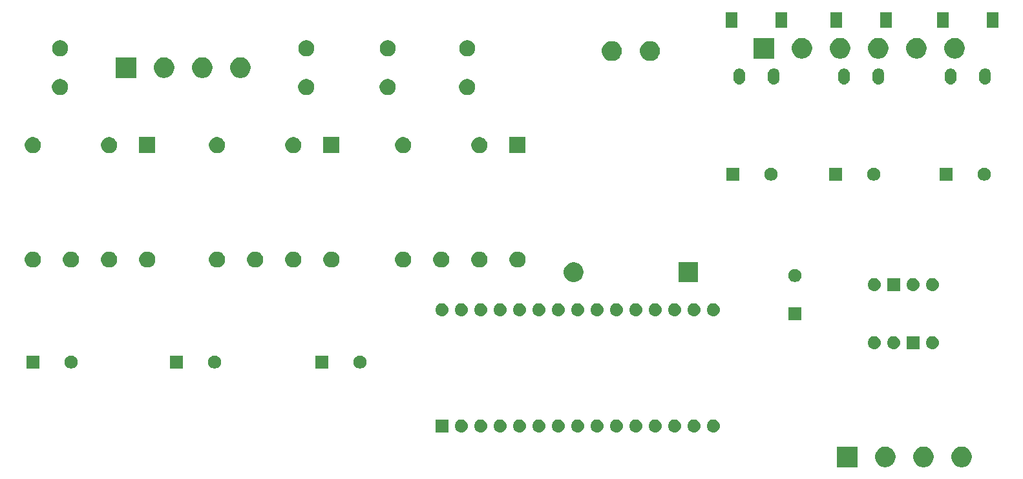
<source format=gbr>
G04 #@! TF.GenerationSoftware,KiCad,Pcbnew,5.0.2-bee76a0~70~ubuntu18.04.1*
G04 #@! TF.CreationDate,2019-10-09T11:35:59+02:00*
G04 #@! TF.ProjectId,AmpMeter,416d704d-6574-4657-922e-6b696361645f,rev?*
G04 #@! TF.SameCoordinates,Original*
G04 #@! TF.FileFunction,Soldermask,Bot*
G04 #@! TF.FilePolarity,Negative*
%FSLAX46Y46*%
G04 Gerber Fmt 4.6, Leading zero omitted, Abs format (unit mm)*
G04 Created by KiCad (PCBNEW 5.0.2-bee76a0~70~ubuntu18.04.1) date Mi 09 Okt 2019 11:35:59 CEST*
%MOMM*%
%LPD*%
G01*
G04 APERTURE LIST*
%ADD10C,0.100000*%
G04 APERTURE END LIST*
D10*
G36*
X147597567Y-70302959D02*
X147728072Y-70328918D01*
X147973939Y-70430759D01*
X148194464Y-70578110D01*
X148195215Y-70578612D01*
X148383388Y-70766785D01*
X148383390Y-70766788D01*
X148531241Y-70988061D01*
X148633082Y-71233928D01*
X148685000Y-71494938D01*
X148685000Y-71761062D01*
X148633082Y-72022072D01*
X148531241Y-72267939D01*
X148383890Y-72488464D01*
X148383388Y-72489215D01*
X148195215Y-72677388D01*
X148195212Y-72677390D01*
X147973939Y-72825241D01*
X147728072Y-72927082D01*
X147597567Y-72953041D01*
X147467063Y-72979000D01*
X147200937Y-72979000D01*
X147070433Y-72953041D01*
X146939928Y-72927082D01*
X146694061Y-72825241D01*
X146472788Y-72677390D01*
X146472785Y-72677388D01*
X146284612Y-72489215D01*
X146284110Y-72488464D01*
X146136759Y-72267939D01*
X146034918Y-72022072D01*
X145983000Y-71761062D01*
X145983000Y-71494938D01*
X146034918Y-71233928D01*
X146136759Y-70988061D01*
X146284610Y-70766788D01*
X146284612Y-70766785D01*
X146472785Y-70578612D01*
X146473536Y-70578110D01*
X146694061Y-70430759D01*
X146939928Y-70328918D01*
X147070433Y-70302959D01*
X147200937Y-70277000D01*
X147467063Y-70277000D01*
X147597567Y-70302959D01*
X147597567Y-70302959D01*
G37*
G36*
X142597567Y-70302959D02*
X142728072Y-70328918D01*
X142973939Y-70430759D01*
X143194464Y-70578110D01*
X143195215Y-70578612D01*
X143383388Y-70766785D01*
X143383390Y-70766788D01*
X143531241Y-70988061D01*
X143633082Y-71233928D01*
X143685000Y-71494938D01*
X143685000Y-71761062D01*
X143633082Y-72022072D01*
X143531241Y-72267939D01*
X143383890Y-72488464D01*
X143383388Y-72489215D01*
X143195215Y-72677388D01*
X143195212Y-72677390D01*
X142973939Y-72825241D01*
X142728072Y-72927082D01*
X142597567Y-72953041D01*
X142467063Y-72979000D01*
X142200937Y-72979000D01*
X142070433Y-72953041D01*
X141939928Y-72927082D01*
X141694061Y-72825241D01*
X141472788Y-72677390D01*
X141472785Y-72677388D01*
X141284612Y-72489215D01*
X141284110Y-72488464D01*
X141136759Y-72267939D01*
X141034918Y-72022072D01*
X140983000Y-71761062D01*
X140983000Y-71494938D01*
X141034918Y-71233928D01*
X141136759Y-70988061D01*
X141284610Y-70766788D01*
X141284612Y-70766785D01*
X141472785Y-70578612D01*
X141473536Y-70578110D01*
X141694061Y-70430759D01*
X141939928Y-70328918D01*
X142070433Y-70302959D01*
X142200937Y-70277000D01*
X142467063Y-70277000D01*
X142597567Y-70302959D01*
X142597567Y-70302959D01*
G37*
G36*
X133685000Y-72979000D02*
X130983000Y-72979000D01*
X130983000Y-70277000D01*
X133685000Y-70277000D01*
X133685000Y-72979000D01*
X133685000Y-72979000D01*
G37*
G36*
X137597567Y-70302959D02*
X137728072Y-70328918D01*
X137973939Y-70430759D01*
X138194464Y-70578110D01*
X138195215Y-70578612D01*
X138383388Y-70766785D01*
X138383390Y-70766788D01*
X138531241Y-70988061D01*
X138633082Y-71233928D01*
X138685000Y-71494938D01*
X138685000Y-71761062D01*
X138633082Y-72022072D01*
X138531241Y-72267939D01*
X138383890Y-72488464D01*
X138383388Y-72489215D01*
X138195215Y-72677388D01*
X138195212Y-72677390D01*
X137973939Y-72825241D01*
X137728072Y-72927082D01*
X137597567Y-72953041D01*
X137467063Y-72979000D01*
X137200937Y-72979000D01*
X137070433Y-72953041D01*
X136939928Y-72927082D01*
X136694061Y-72825241D01*
X136472788Y-72677390D01*
X136472785Y-72677388D01*
X136284612Y-72489215D01*
X136284110Y-72488464D01*
X136136759Y-72267939D01*
X136034918Y-72022072D01*
X135983000Y-71761062D01*
X135983000Y-71494938D01*
X136034918Y-71233928D01*
X136136759Y-70988061D01*
X136284610Y-70766788D01*
X136284612Y-70766785D01*
X136472785Y-70578612D01*
X136473536Y-70578110D01*
X136694061Y-70430759D01*
X136939928Y-70328918D01*
X137070433Y-70302959D01*
X137200937Y-70277000D01*
X137467063Y-70277000D01*
X137597567Y-70302959D01*
X137597567Y-70302959D01*
G37*
G36*
X114974821Y-66725313D02*
X114974824Y-66725314D01*
X114974825Y-66725314D01*
X115135239Y-66773975D01*
X115135241Y-66773976D01*
X115135244Y-66773977D01*
X115283078Y-66852995D01*
X115412659Y-66959341D01*
X115519005Y-67088922D01*
X115598023Y-67236756D01*
X115646687Y-67397179D01*
X115663117Y-67564000D01*
X115646687Y-67730821D01*
X115598023Y-67891244D01*
X115519005Y-68039078D01*
X115412659Y-68168659D01*
X115283078Y-68275005D01*
X115135244Y-68354023D01*
X115135241Y-68354024D01*
X115135239Y-68354025D01*
X114974825Y-68402686D01*
X114974824Y-68402686D01*
X114974821Y-68402687D01*
X114849804Y-68415000D01*
X114766196Y-68415000D01*
X114641179Y-68402687D01*
X114641176Y-68402686D01*
X114641175Y-68402686D01*
X114480761Y-68354025D01*
X114480759Y-68354024D01*
X114480756Y-68354023D01*
X114332922Y-68275005D01*
X114203341Y-68168659D01*
X114096995Y-68039078D01*
X114017977Y-67891244D01*
X113969313Y-67730821D01*
X113952883Y-67564000D01*
X113969313Y-67397179D01*
X114017977Y-67236756D01*
X114096995Y-67088922D01*
X114203341Y-66959341D01*
X114332922Y-66852995D01*
X114480756Y-66773977D01*
X114480759Y-66773976D01*
X114480761Y-66773975D01*
X114641175Y-66725314D01*
X114641176Y-66725314D01*
X114641179Y-66725313D01*
X114766196Y-66713000D01*
X114849804Y-66713000D01*
X114974821Y-66725313D01*
X114974821Y-66725313D01*
G37*
G36*
X87034821Y-66725313D02*
X87034824Y-66725314D01*
X87034825Y-66725314D01*
X87195239Y-66773975D01*
X87195241Y-66773976D01*
X87195244Y-66773977D01*
X87343078Y-66852995D01*
X87472659Y-66959341D01*
X87579005Y-67088922D01*
X87658023Y-67236756D01*
X87706687Y-67397179D01*
X87723117Y-67564000D01*
X87706687Y-67730821D01*
X87658023Y-67891244D01*
X87579005Y-68039078D01*
X87472659Y-68168659D01*
X87343078Y-68275005D01*
X87195244Y-68354023D01*
X87195241Y-68354024D01*
X87195239Y-68354025D01*
X87034825Y-68402686D01*
X87034824Y-68402686D01*
X87034821Y-68402687D01*
X86909804Y-68415000D01*
X86826196Y-68415000D01*
X86701179Y-68402687D01*
X86701176Y-68402686D01*
X86701175Y-68402686D01*
X86540761Y-68354025D01*
X86540759Y-68354024D01*
X86540756Y-68354023D01*
X86392922Y-68275005D01*
X86263341Y-68168659D01*
X86156995Y-68039078D01*
X86077977Y-67891244D01*
X86029313Y-67730821D01*
X86012883Y-67564000D01*
X86029313Y-67397179D01*
X86077977Y-67236756D01*
X86156995Y-67088922D01*
X86263341Y-66959341D01*
X86392922Y-66852995D01*
X86540756Y-66773977D01*
X86540759Y-66773976D01*
X86540761Y-66773975D01*
X86701175Y-66725314D01*
X86701176Y-66725314D01*
X86701179Y-66725313D01*
X86826196Y-66713000D01*
X86909804Y-66713000D01*
X87034821Y-66725313D01*
X87034821Y-66725313D01*
G37*
G36*
X84494821Y-66725313D02*
X84494824Y-66725314D01*
X84494825Y-66725314D01*
X84655239Y-66773975D01*
X84655241Y-66773976D01*
X84655244Y-66773977D01*
X84803078Y-66852995D01*
X84932659Y-66959341D01*
X85039005Y-67088922D01*
X85118023Y-67236756D01*
X85166687Y-67397179D01*
X85183117Y-67564000D01*
X85166687Y-67730821D01*
X85118023Y-67891244D01*
X85039005Y-68039078D01*
X84932659Y-68168659D01*
X84803078Y-68275005D01*
X84655244Y-68354023D01*
X84655241Y-68354024D01*
X84655239Y-68354025D01*
X84494825Y-68402686D01*
X84494824Y-68402686D01*
X84494821Y-68402687D01*
X84369804Y-68415000D01*
X84286196Y-68415000D01*
X84161179Y-68402687D01*
X84161176Y-68402686D01*
X84161175Y-68402686D01*
X84000761Y-68354025D01*
X84000759Y-68354024D01*
X84000756Y-68354023D01*
X83852922Y-68275005D01*
X83723341Y-68168659D01*
X83616995Y-68039078D01*
X83537977Y-67891244D01*
X83489313Y-67730821D01*
X83472883Y-67564000D01*
X83489313Y-67397179D01*
X83537977Y-67236756D01*
X83616995Y-67088922D01*
X83723341Y-66959341D01*
X83852922Y-66852995D01*
X84000756Y-66773977D01*
X84000759Y-66773976D01*
X84000761Y-66773975D01*
X84161175Y-66725314D01*
X84161176Y-66725314D01*
X84161179Y-66725313D01*
X84286196Y-66713000D01*
X84369804Y-66713000D01*
X84494821Y-66725313D01*
X84494821Y-66725313D01*
G37*
G36*
X89574821Y-66725313D02*
X89574824Y-66725314D01*
X89574825Y-66725314D01*
X89735239Y-66773975D01*
X89735241Y-66773976D01*
X89735244Y-66773977D01*
X89883078Y-66852995D01*
X90012659Y-66959341D01*
X90119005Y-67088922D01*
X90198023Y-67236756D01*
X90246687Y-67397179D01*
X90263117Y-67564000D01*
X90246687Y-67730821D01*
X90198023Y-67891244D01*
X90119005Y-68039078D01*
X90012659Y-68168659D01*
X89883078Y-68275005D01*
X89735244Y-68354023D01*
X89735241Y-68354024D01*
X89735239Y-68354025D01*
X89574825Y-68402686D01*
X89574824Y-68402686D01*
X89574821Y-68402687D01*
X89449804Y-68415000D01*
X89366196Y-68415000D01*
X89241179Y-68402687D01*
X89241176Y-68402686D01*
X89241175Y-68402686D01*
X89080761Y-68354025D01*
X89080759Y-68354024D01*
X89080756Y-68354023D01*
X88932922Y-68275005D01*
X88803341Y-68168659D01*
X88696995Y-68039078D01*
X88617977Y-67891244D01*
X88569313Y-67730821D01*
X88552883Y-67564000D01*
X88569313Y-67397179D01*
X88617977Y-67236756D01*
X88696995Y-67088922D01*
X88803341Y-66959341D01*
X88932922Y-66852995D01*
X89080756Y-66773977D01*
X89080759Y-66773976D01*
X89080761Y-66773975D01*
X89241175Y-66725314D01*
X89241176Y-66725314D01*
X89241179Y-66725313D01*
X89366196Y-66713000D01*
X89449804Y-66713000D01*
X89574821Y-66725313D01*
X89574821Y-66725313D01*
G37*
G36*
X81954821Y-66725313D02*
X81954824Y-66725314D01*
X81954825Y-66725314D01*
X82115239Y-66773975D01*
X82115241Y-66773976D01*
X82115244Y-66773977D01*
X82263078Y-66852995D01*
X82392659Y-66959341D01*
X82499005Y-67088922D01*
X82578023Y-67236756D01*
X82626687Y-67397179D01*
X82643117Y-67564000D01*
X82626687Y-67730821D01*
X82578023Y-67891244D01*
X82499005Y-68039078D01*
X82392659Y-68168659D01*
X82263078Y-68275005D01*
X82115244Y-68354023D01*
X82115241Y-68354024D01*
X82115239Y-68354025D01*
X81954825Y-68402686D01*
X81954824Y-68402686D01*
X81954821Y-68402687D01*
X81829804Y-68415000D01*
X81746196Y-68415000D01*
X81621179Y-68402687D01*
X81621176Y-68402686D01*
X81621175Y-68402686D01*
X81460761Y-68354025D01*
X81460759Y-68354024D01*
X81460756Y-68354023D01*
X81312922Y-68275005D01*
X81183341Y-68168659D01*
X81076995Y-68039078D01*
X80997977Y-67891244D01*
X80949313Y-67730821D01*
X80932883Y-67564000D01*
X80949313Y-67397179D01*
X80997977Y-67236756D01*
X81076995Y-67088922D01*
X81183341Y-66959341D01*
X81312922Y-66852995D01*
X81460756Y-66773977D01*
X81460759Y-66773976D01*
X81460761Y-66773975D01*
X81621175Y-66725314D01*
X81621176Y-66725314D01*
X81621179Y-66725313D01*
X81746196Y-66713000D01*
X81829804Y-66713000D01*
X81954821Y-66725313D01*
X81954821Y-66725313D01*
G37*
G36*
X92114821Y-66725313D02*
X92114824Y-66725314D01*
X92114825Y-66725314D01*
X92275239Y-66773975D01*
X92275241Y-66773976D01*
X92275244Y-66773977D01*
X92423078Y-66852995D01*
X92552659Y-66959341D01*
X92659005Y-67088922D01*
X92738023Y-67236756D01*
X92786687Y-67397179D01*
X92803117Y-67564000D01*
X92786687Y-67730821D01*
X92738023Y-67891244D01*
X92659005Y-68039078D01*
X92552659Y-68168659D01*
X92423078Y-68275005D01*
X92275244Y-68354023D01*
X92275241Y-68354024D01*
X92275239Y-68354025D01*
X92114825Y-68402686D01*
X92114824Y-68402686D01*
X92114821Y-68402687D01*
X91989804Y-68415000D01*
X91906196Y-68415000D01*
X91781179Y-68402687D01*
X91781176Y-68402686D01*
X91781175Y-68402686D01*
X91620761Y-68354025D01*
X91620759Y-68354024D01*
X91620756Y-68354023D01*
X91472922Y-68275005D01*
X91343341Y-68168659D01*
X91236995Y-68039078D01*
X91157977Y-67891244D01*
X91109313Y-67730821D01*
X91092883Y-67564000D01*
X91109313Y-67397179D01*
X91157977Y-67236756D01*
X91236995Y-67088922D01*
X91343341Y-66959341D01*
X91472922Y-66852995D01*
X91620756Y-66773977D01*
X91620759Y-66773976D01*
X91620761Y-66773975D01*
X91781175Y-66725314D01*
X91781176Y-66725314D01*
X91781179Y-66725313D01*
X91906196Y-66713000D01*
X91989804Y-66713000D01*
X92114821Y-66725313D01*
X92114821Y-66725313D01*
G37*
G36*
X80099000Y-68415000D02*
X78397000Y-68415000D01*
X78397000Y-66713000D01*
X80099000Y-66713000D01*
X80099000Y-68415000D01*
X80099000Y-68415000D01*
G37*
G36*
X107354821Y-66725313D02*
X107354824Y-66725314D01*
X107354825Y-66725314D01*
X107515239Y-66773975D01*
X107515241Y-66773976D01*
X107515244Y-66773977D01*
X107663078Y-66852995D01*
X107792659Y-66959341D01*
X107899005Y-67088922D01*
X107978023Y-67236756D01*
X108026687Y-67397179D01*
X108043117Y-67564000D01*
X108026687Y-67730821D01*
X107978023Y-67891244D01*
X107899005Y-68039078D01*
X107792659Y-68168659D01*
X107663078Y-68275005D01*
X107515244Y-68354023D01*
X107515241Y-68354024D01*
X107515239Y-68354025D01*
X107354825Y-68402686D01*
X107354824Y-68402686D01*
X107354821Y-68402687D01*
X107229804Y-68415000D01*
X107146196Y-68415000D01*
X107021179Y-68402687D01*
X107021176Y-68402686D01*
X107021175Y-68402686D01*
X106860761Y-68354025D01*
X106860759Y-68354024D01*
X106860756Y-68354023D01*
X106712922Y-68275005D01*
X106583341Y-68168659D01*
X106476995Y-68039078D01*
X106397977Y-67891244D01*
X106349313Y-67730821D01*
X106332883Y-67564000D01*
X106349313Y-67397179D01*
X106397977Y-67236756D01*
X106476995Y-67088922D01*
X106583341Y-66959341D01*
X106712922Y-66852995D01*
X106860756Y-66773977D01*
X106860759Y-66773976D01*
X106860761Y-66773975D01*
X107021175Y-66725314D01*
X107021176Y-66725314D01*
X107021179Y-66725313D01*
X107146196Y-66713000D01*
X107229804Y-66713000D01*
X107354821Y-66725313D01*
X107354821Y-66725313D01*
G37*
G36*
X97194821Y-66725313D02*
X97194824Y-66725314D01*
X97194825Y-66725314D01*
X97355239Y-66773975D01*
X97355241Y-66773976D01*
X97355244Y-66773977D01*
X97503078Y-66852995D01*
X97632659Y-66959341D01*
X97739005Y-67088922D01*
X97818023Y-67236756D01*
X97866687Y-67397179D01*
X97883117Y-67564000D01*
X97866687Y-67730821D01*
X97818023Y-67891244D01*
X97739005Y-68039078D01*
X97632659Y-68168659D01*
X97503078Y-68275005D01*
X97355244Y-68354023D01*
X97355241Y-68354024D01*
X97355239Y-68354025D01*
X97194825Y-68402686D01*
X97194824Y-68402686D01*
X97194821Y-68402687D01*
X97069804Y-68415000D01*
X96986196Y-68415000D01*
X96861179Y-68402687D01*
X96861176Y-68402686D01*
X96861175Y-68402686D01*
X96700761Y-68354025D01*
X96700759Y-68354024D01*
X96700756Y-68354023D01*
X96552922Y-68275005D01*
X96423341Y-68168659D01*
X96316995Y-68039078D01*
X96237977Y-67891244D01*
X96189313Y-67730821D01*
X96172883Y-67564000D01*
X96189313Y-67397179D01*
X96237977Y-67236756D01*
X96316995Y-67088922D01*
X96423341Y-66959341D01*
X96552922Y-66852995D01*
X96700756Y-66773977D01*
X96700759Y-66773976D01*
X96700761Y-66773975D01*
X96861175Y-66725314D01*
X96861176Y-66725314D01*
X96861179Y-66725313D01*
X96986196Y-66713000D01*
X97069804Y-66713000D01*
X97194821Y-66725313D01*
X97194821Y-66725313D01*
G37*
G36*
X99734821Y-66725313D02*
X99734824Y-66725314D01*
X99734825Y-66725314D01*
X99895239Y-66773975D01*
X99895241Y-66773976D01*
X99895244Y-66773977D01*
X100043078Y-66852995D01*
X100172659Y-66959341D01*
X100279005Y-67088922D01*
X100358023Y-67236756D01*
X100406687Y-67397179D01*
X100423117Y-67564000D01*
X100406687Y-67730821D01*
X100358023Y-67891244D01*
X100279005Y-68039078D01*
X100172659Y-68168659D01*
X100043078Y-68275005D01*
X99895244Y-68354023D01*
X99895241Y-68354024D01*
X99895239Y-68354025D01*
X99734825Y-68402686D01*
X99734824Y-68402686D01*
X99734821Y-68402687D01*
X99609804Y-68415000D01*
X99526196Y-68415000D01*
X99401179Y-68402687D01*
X99401176Y-68402686D01*
X99401175Y-68402686D01*
X99240761Y-68354025D01*
X99240759Y-68354024D01*
X99240756Y-68354023D01*
X99092922Y-68275005D01*
X98963341Y-68168659D01*
X98856995Y-68039078D01*
X98777977Y-67891244D01*
X98729313Y-67730821D01*
X98712883Y-67564000D01*
X98729313Y-67397179D01*
X98777977Y-67236756D01*
X98856995Y-67088922D01*
X98963341Y-66959341D01*
X99092922Y-66852995D01*
X99240756Y-66773977D01*
X99240759Y-66773976D01*
X99240761Y-66773975D01*
X99401175Y-66725314D01*
X99401176Y-66725314D01*
X99401179Y-66725313D01*
X99526196Y-66713000D01*
X99609804Y-66713000D01*
X99734821Y-66725313D01*
X99734821Y-66725313D01*
G37*
G36*
X102274821Y-66725313D02*
X102274824Y-66725314D01*
X102274825Y-66725314D01*
X102435239Y-66773975D01*
X102435241Y-66773976D01*
X102435244Y-66773977D01*
X102583078Y-66852995D01*
X102712659Y-66959341D01*
X102819005Y-67088922D01*
X102898023Y-67236756D01*
X102946687Y-67397179D01*
X102963117Y-67564000D01*
X102946687Y-67730821D01*
X102898023Y-67891244D01*
X102819005Y-68039078D01*
X102712659Y-68168659D01*
X102583078Y-68275005D01*
X102435244Y-68354023D01*
X102435241Y-68354024D01*
X102435239Y-68354025D01*
X102274825Y-68402686D01*
X102274824Y-68402686D01*
X102274821Y-68402687D01*
X102149804Y-68415000D01*
X102066196Y-68415000D01*
X101941179Y-68402687D01*
X101941176Y-68402686D01*
X101941175Y-68402686D01*
X101780761Y-68354025D01*
X101780759Y-68354024D01*
X101780756Y-68354023D01*
X101632922Y-68275005D01*
X101503341Y-68168659D01*
X101396995Y-68039078D01*
X101317977Y-67891244D01*
X101269313Y-67730821D01*
X101252883Y-67564000D01*
X101269313Y-67397179D01*
X101317977Y-67236756D01*
X101396995Y-67088922D01*
X101503341Y-66959341D01*
X101632922Y-66852995D01*
X101780756Y-66773977D01*
X101780759Y-66773976D01*
X101780761Y-66773975D01*
X101941175Y-66725314D01*
X101941176Y-66725314D01*
X101941179Y-66725313D01*
X102066196Y-66713000D01*
X102149804Y-66713000D01*
X102274821Y-66725313D01*
X102274821Y-66725313D01*
G37*
G36*
X104814821Y-66725313D02*
X104814824Y-66725314D01*
X104814825Y-66725314D01*
X104975239Y-66773975D01*
X104975241Y-66773976D01*
X104975244Y-66773977D01*
X105123078Y-66852995D01*
X105252659Y-66959341D01*
X105359005Y-67088922D01*
X105438023Y-67236756D01*
X105486687Y-67397179D01*
X105503117Y-67564000D01*
X105486687Y-67730821D01*
X105438023Y-67891244D01*
X105359005Y-68039078D01*
X105252659Y-68168659D01*
X105123078Y-68275005D01*
X104975244Y-68354023D01*
X104975241Y-68354024D01*
X104975239Y-68354025D01*
X104814825Y-68402686D01*
X104814824Y-68402686D01*
X104814821Y-68402687D01*
X104689804Y-68415000D01*
X104606196Y-68415000D01*
X104481179Y-68402687D01*
X104481176Y-68402686D01*
X104481175Y-68402686D01*
X104320761Y-68354025D01*
X104320759Y-68354024D01*
X104320756Y-68354023D01*
X104172922Y-68275005D01*
X104043341Y-68168659D01*
X103936995Y-68039078D01*
X103857977Y-67891244D01*
X103809313Y-67730821D01*
X103792883Y-67564000D01*
X103809313Y-67397179D01*
X103857977Y-67236756D01*
X103936995Y-67088922D01*
X104043341Y-66959341D01*
X104172922Y-66852995D01*
X104320756Y-66773977D01*
X104320759Y-66773976D01*
X104320761Y-66773975D01*
X104481175Y-66725314D01*
X104481176Y-66725314D01*
X104481179Y-66725313D01*
X104606196Y-66713000D01*
X104689804Y-66713000D01*
X104814821Y-66725313D01*
X104814821Y-66725313D01*
G37*
G36*
X109894821Y-66725313D02*
X109894824Y-66725314D01*
X109894825Y-66725314D01*
X110055239Y-66773975D01*
X110055241Y-66773976D01*
X110055244Y-66773977D01*
X110203078Y-66852995D01*
X110332659Y-66959341D01*
X110439005Y-67088922D01*
X110518023Y-67236756D01*
X110566687Y-67397179D01*
X110583117Y-67564000D01*
X110566687Y-67730821D01*
X110518023Y-67891244D01*
X110439005Y-68039078D01*
X110332659Y-68168659D01*
X110203078Y-68275005D01*
X110055244Y-68354023D01*
X110055241Y-68354024D01*
X110055239Y-68354025D01*
X109894825Y-68402686D01*
X109894824Y-68402686D01*
X109894821Y-68402687D01*
X109769804Y-68415000D01*
X109686196Y-68415000D01*
X109561179Y-68402687D01*
X109561176Y-68402686D01*
X109561175Y-68402686D01*
X109400761Y-68354025D01*
X109400759Y-68354024D01*
X109400756Y-68354023D01*
X109252922Y-68275005D01*
X109123341Y-68168659D01*
X109016995Y-68039078D01*
X108937977Y-67891244D01*
X108889313Y-67730821D01*
X108872883Y-67564000D01*
X108889313Y-67397179D01*
X108937977Y-67236756D01*
X109016995Y-67088922D01*
X109123341Y-66959341D01*
X109252922Y-66852995D01*
X109400756Y-66773977D01*
X109400759Y-66773976D01*
X109400761Y-66773975D01*
X109561175Y-66725314D01*
X109561176Y-66725314D01*
X109561179Y-66725313D01*
X109686196Y-66713000D01*
X109769804Y-66713000D01*
X109894821Y-66725313D01*
X109894821Y-66725313D01*
G37*
G36*
X112434821Y-66725313D02*
X112434824Y-66725314D01*
X112434825Y-66725314D01*
X112595239Y-66773975D01*
X112595241Y-66773976D01*
X112595244Y-66773977D01*
X112743078Y-66852995D01*
X112872659Y-66959341D01*
X112979005Y-67088922D01*
X113058023Y-67236756D01*
X113106687Y-67397179D01*
X113123117Y-67564000D01*
X113106687Y-67730821D01*
X113058023Y-67891244D01*
X112979005Y-68039078D01*
X112872659Y-68168659D01*
X112743078Y-68275005D01*
X112595244Y-68354023D01*
X112595241Y-68354024D01*
X112595239Y-68354025D01*
X112434825Y-68402686D01*
X112434824Y-68402686D01*
X112434821Y-68402687D01*
X112309804Y-68415000D01*
X112226196Y-68415000D01*
X112101179Y-68402687D01*
X112101176Y-68402686D01*
X112101175Y-68402686D01*
X111940761Y-68354025D01*
X111940759Y-68354024D01*
X111940756Y-68354023D01*
X111792922Y-68275005D01*
X111663341Y-68168659D01*
X111556995Y-68039078D01*
X111477977Y-67891244D01*
X111429313Y-67730821D01*
X111412883Y-67564000D01*
X111429313Y-67397179D01*
X111477977Y-67236756D01*
X111556995Y-67088922D01*
X111663341Y-66959341D01*
X111792922Y-66852995D01*
X111940756Y-66773977D01*
X111940759Y-66773976D01*
X111940761Y-66773975D01*
X112101175Y-66725314D01*
X112101176Y-66725314D01*
X112101179Y-66725313D01*
X112226196Y-66713000D01*
X112309804Y-66713000D01*
X112434821Y-66725313D01*
X112434821Y-66725313D01*
G37*
G36*
X94654821Y-66725313D02*
X94654824Y-66725314D01*
X94654825Y-66725314D01*
X94815239Y-66773975D01*
X94815241Y-66773976D01*
X94815244Y-66773977D01*
X94963078Y-66852995D01*
X95092659Y-66959341D01*
X95199005Y-67088922D01*
X95278023Y-67236756D01*
X95326687Y-67397179D01*
X95343117Y-67564000D01*
X95326687Y-67730821D01*
X95278023Y-67891244D01*
X95199005Y-68039078D01*
X95092659Y-68168659D01*
X94963078Y-68275005D01*
X94815244Y-68354023D01*
X94815241Y-68354024D01*
X94815239Y-68354025D01*
X94654825Y-68402686D01*
X94654824Y-68402686D01*
X94654821Y-68402687D01*
X94529804Y-68415000D01*
X94446196Y-68415000D01*
X94321179Y-68402687D01*
X94321176Y-68402686D01*
X94321175Y-68402686D01*
X94160761Y-68354025D01*
X94160759Y-68354024D01*
X94160756Y-68354023D01*
X94012922Y-68275005D01*
X93883341Y-68168659D01*
X93776995Y-68039078D01*
X93697977Y-67891244D01*
X93649313Y-67730821D01*
X93632883Y-67564000D01*
X93649313Y-67397179D01*
X93697977Y-67236756D01*
X93776995Y-67088922D01*
X93883341Y-66959341D01*
X94012922Y-66852995D01*
X94160756Y-66773977D01*
X94160759Y-66773976D01*
X94160761Y-66773975D01*
X94321175Y-66725314D01*
X94321176Y-66725314D01*
X94321179Y-66725313D01*
X94446196Y-66713000D01*
X94529804Y-66713000D01*
X94654821Y-66725313D01*
X94654821Y-66725313D01*
G37*
G36*
X49698228Y-58363703D02*
X49853100Y-58427853D01*
X49992481Y-58520985D01*
X50111015Y-58639519D01*
X50204147Y-58778900D01*
X50268297Y-58933772D01*
X50301000Y-59098184D01*
X50301000Y-59265816D01*
X50268297Y-59430228D01*
X50204147Y-59585100D01*
X50111015Y-59724481D01*
X49992481Y-59843015D01*
X49853100Y-59936147D01*
X49698228Y-60000297D01*
X49533816Y-60033000D01*
X49366184Y-60033000D01*
X49201772Y-60000297D01*
X49046900Y-59936147D01*
X48907519Y-59843015D01*
X48788985Y-59724481D01*
X48695853Y-59585100D01*
X48631703Y-59430228D01*
X48599000Y-59265816D01*
X48599000Y-59098184D01*
X48631703Y-58933772D01*
X48695853Y-58778900D01*
X48788985Y-58639519D01*
X48907519Y-58520985D01*
X49046900Y-58427853D01*
X49201772Y-58363703D01*
X49366184Y-58331000D01*
X49533816Y-58331000D01*
X49698228Y-58363703D01*
X49698228Y-58363703D01*
G37*
G36*
X26505000Y-60033000D02*
X24803000Y-60033000D01*
X24803000Y-58331000D01*
X26505000Y-58331000D01*
X26505000Y-60033000D01*
X26505000Y-60033000D01*
G37*
G36*
X30902228Y-58363703D02*
X31057100Y-58427853D01*
X31196481Y-58520985D01*
X31315015Y-58639519D01*
X31408147Y-58778900D01*
X31472297Y-58933772D01*
X31505000Y-59098184D01*
X31505000Y-59265816D01*
X31472297Y-59430228D01*
X31408147Y-59585100D01*
X31315015Y-59724481D01*
X31196481Y-59843015D01*
X31057100Y-59936147D01*
X30902228Y-60000297D01*
X30737816Y-60033000D01*
X30570184Y-60033000D01*
X30405772Y-60000297D01*
X30250900Y-59936147D01*
X30111519Y-59843015D01*
X29992985Y-59724481D01*
X29899853Y-59585100D01*
X29835703Y-59430228D01*
X29803000Y-59265816D01*
X29803000Y-59098184D01*
X29835703Y-58933772D01*
X29899853Y-58778900D01*
X29992985Y-58639519D01*
X30111519Y-58520985D01*
X30250900Y-58427853D01*
X30405772Y-58363703D01*
X30570184Y-58331000D01*
X30737816Y-58331000D01*
X30902228Y-58363703D01*
X30902228Y-58363703D01*
G37*
G36*
X45301000Y-60033000D02*
X43599000Y-60033000D01*
X43599000Y-58331000D01*
X45301000Y-58331000D01*
X45301000Y-60033000D01*
X45301000Y-60033000D01*
G37*
G36*
X64351000Y-60033000D02*
X62649000Y-60033000D01*
X62649000Y-58331000D01*
X64351000Y-58331000D01*
X64351000Y-60033000D01*
X64351000Y-60033000D01*
G37*
G36*
X68748228Y-58363703D02*
X68903100Y-58427853D01*
X69042481Y-58520985D01*
X69161015Y-58639519D01*
X69254147Y-58778900D01*
X69318297Y-58933772D01*
X69351000Y-59098184D01*
X69351000Y-59265816D01*
X69318297Y-59430228D01*
X69254147Y-59585100D01*
X69161015Y-59724481D01*
X69042481Y-59843015D01*
X68903100Y-59936147D01*
X68748228Y-60000297D01*
X68583816Y-60033000D01*
X68416184Y-60033000D01*
X68251772Y-60000297D01*
X68096900Y-59936147D01*
X67957519Y-59843015D01*
X67838985Y-59724481D01*
X67745853Y-59585100D01*
X67681703Y-59430228D01*
X67649000Y-59265816D01*
X67649000Y-59098184D01*
X67681703Y-58933772D01*
X67745853Y-58778900D01*
X67838985Y-58639519D01*
X67957519Y-58520985D01*
X68096900Y-58427853D01*
X68251772Y-58363703D01*
X68416184Y-58331000D01*
X68583816Y-58331000D01*
X68748228Y-58363703D01*
X68748228Y-58363703D01*
G37*
G36*
X143676821Y-55803313D02*
X143676824Y-55803314D01*
X143676825Y-55803314D01*
X143837239Y-55851975D01*
X143837241Y-55851976D01*
X143837244Y-55851977D01*
X143985078Y-55930995D01*
X144114659Y-56037341D01*
X144221005Y-56166922D01*
X144300023Y-56314756D01*
X144348687Y-56475179D01*
X144365117Y-56642000D01*
X144348687Y-56808821D01*
X144300023Y-56969244D01*
X144221005Y-57117078D01*
X144114659Y-57246659D01*
X143985078Y-57353005D01*
X143837244Y-57432023D01*
X143837241Y-57432024D01*
X143837239Y-57432025D01*
X143676825Y-57480686D01*
X143676824Y-57480686D01*
X143676821Y-57480687D01*
X143551804Y-57493000D01*
X143468196Y-57493000D01*
X143343179Y-57480687D01*
X143343176Y-57480686D01*
X143343175Y-57480686D01*
X143182761Y-57432025D01*
X143182759Y-57432024D01*
X143182756Y-57432023D01*
X143034922Y-57353005D01*
X142905341Y-57246659D01*
X142798995Y-57117078D01*
X142719977Y-56969244D01*
X142671313Y-56808821D01*
X142654883Y-56642000D01*
X142671313Y-56475179D01*
X142719977Y-56314756D01*
X142798995Y-56166922D01*
X142905341Y-56037341D01*
X143034922Y-55930995D01*
X143182756Y-55851977D01*
X143182759Y-55851976D01*
X143182761Y-55851975D01*
X143343175Y-55803314D01*
X143343176Y-55803314D01*
X143343179Y-55803313D01*
X143468196Y-55791000D01*
X143551804Y-55791000D01*
X143676821Y-55803313D01*
X143676821Y-55803313D01*
G37*
G36*
X141821000Y-57493000D02*
X140119000Y-57493000D01*
X140119000Y-55791000D01*
X141821000Y-55791000D01*
X141821000Y-57493000D01*
X141821000Y-57493000D01*
G37*
G36*
X138596821Y-55803313D02*
X138596824Y-55803314D01*
X138596825Y-55803314D01*
X138757239Y-55851975D01*
X138757241Y-55851976D01*
X138757244Y-55851977D01*
X138905078Y-55930995D01*
X139034659Y-56037341D01*
X139141005Y-56166922D01*
X139220023Y-56314756D01*
X139268687Y-56475179D01*
X139285117Y-56642000D01*
X139268687Y-56808821D01*
X139220023Y-56969244D01*
X139141005Y-57117078D01*
X139034659Y-57246659D01*
X138905078Y-57353005D01*
X138757244Y-57432023D01*
X138757241Y-57432024D01*
X138757239Y-57432025D01*
X138596825Y-57480686D01*
X138596824Y-57480686D01*
X138596821Y-57480687D01*
X138471804Y-57493000D01*
X138388196Y-57493000D01*
X138263179Y-57480687D01*
X138263176Y-57480686D01*
X138263175Y-57480686D01*
X138102761Y-57432025D01*
X138102759Y-57432024D01*
X138102756Y-57432023D01*
X137954922Y-57353005D01*
X137825341Y-57246659D01*
X137718995Y-57117078D01*
X137639977Y-56969244D01*
X137591313Y-56808821D01*
X137574883Y-56642000D01*
X137591313Y-56475179D01*
X137639977Y-56314756D01*
X137718995Y-56166922D01*
X137825341Y-56037341D01*
X137954922Y-55930995D01*
X138102756Y-55851977D01*
X138102759Y-55851976D01*
X138102761Y-55851975D01*
X138263175Y-55803314D01*
X138263176Y-55803314D01*
X138263179Y-55803313D01*
X138388196Y-55791000D01*
X138471804Y-55791000D01*
X138596821Y-55803313D01*
X138596821Y-55803313D01*
G37*
G36*
X136056821Y-55803313D02*
X136056824Y-55803314D01*
X136056825Y-55803314D01*
X136217239Y-55851975D01*
X136217241Y-55851976D01*
X136217244Y-55851977D01*
X136365078Y-55930995D01*
X136494659Y-56037341D01*
X136601005Y-56166922D01*
X136680023Y-56314756D01*
X136728687Y-56475179D01*
X136745117Y-56642000D01*
X136728687Y-56808821D01*
X136680023Y-56969244D01*
X136601005Y-57117078D01*
X136494659Y-57246659D01*
X136365078Y-57353005D01*
X136217244Y-57432023D01*
X136217241Y-57432024D01*
X136217239Y-57432025D01*
X136056825Y-57480686D01*
X136056824Y-57480686D01*
X136056821Y-57480687D01*
X135931804Y-57493000D01*
X135848196Y-57493000D01*
X135723179Y-57480687D01*
X135723176Y-57480686D01*
X135723175Y-57480686D01*
X135562761Y-57432025D01*
X135562759Y-57432024D01*
X135562756Y-57432023D01*
X135414922Y-57353005D01*
X135285341Y-57246659D01*
X135178995Y-57117078D01*
X135099977Y-56969244D01*
X135051313Y-56808821D01*
X135034883Y-56642000D01*
X135051313Y-56475179D01*
X135099977Y-56314756D01*
X135178995Y-56166922D01*
X135285341Y-56037341D01*
X135414922Y-55930995D01*
X135562756Y-55851977D01*
X135562759Y-55851976D01*
X135562761Y-55851975D01*
X135723175Y-55803314D01*
X135723176Y-55803314D01*
X135723179Y-55803313D01*
X135848196Y-55791000D01*
X135931804Y-55791000D01*
X136056821Y-55803313D01*
X136056821Y-55803313D01*
G37*
G36*
X126327000Y-53683000D02*
X124625000Y-53683000D01*
X124625000Y-51981000D01*
X126327000Y-51981000D01*
X126327000Y-53683000D01*
X126327000Y-53683000D01*
G37*
G36*
X107354821Y-51485313D02*
X107354824Y-51485314D01*
X107354825Y-51485314D01*
X107515239Y-51533975D01*
X107515241Y-51533976D01*
X107515244Y-51533977D01*
X107663078Y-51612995D01*
X107792659Y-51719341D01*
X107899005Y-51848922D01*
X107978023Y-51996756D01*
X108026687Y-52157179D01*
X108043117Y-52324000D01*
X108026687Y-52490821D01*
X107978023Y-52651244D01*
X107899005Y-52799078D01*
X107792659Y-52928659D01*
X107663078Y-53035005D01*
X107515244Y-53114023D01*
X107515241Y-53114024D01*
X107515239Y-53114025D01*
X107354825Y-53162686D01*
X107354824Y-53162686D01*
X107354821Y-53162687D01*
X107229804Y-53175000D01*
X107146196Y-53175000D01*
X107021179Y-53162687D01*
X107021176Y-53162686D01*
X107021175Y-53162686D01*
X106860761Y-53114025D01*
X106860759Y-53114024D01*
X106860756Y-53114023D01*
X106712922Y-53035005D01*
X106583341Y-52928659D01*
X106476995Y-52799078D01*
X106397977Y-52651244D01*
X106349313Y-52490821D01*
X106332883Y-52324000D01*
X106349313Y-52157179D01*
X106397977Y-51996756D01*
X106476995Y-51848922D01*
X106583341Y-51719341D01*
X106712922Y-51612995D01*
X106860756Y-51533977D01*
X106860759Y-51533976D01*
X106860761Y-51533975D01*
X107021175Y-51485314D01*
X107021176Y-51485314D01*
X107021179Y-51485313D01*
X107146196Y-51473000D01*
X107229804Y-51473000D01*
X107354821Y-51485313D01*
X107354821Y-51485313D01*
G37*
G36*
X104814821Y-51485313D02*
X104814824Y-51485314D01*
X104814825Y-51485314D01*
X104975239Y-51533975D01*
X104975241Y-51533976D01*
X104975244Y-51533977D01*
X105123078Y-51612995D01*
X105252659Y-51719341D01*
X105359005Y-51848922D01*
X105438023Y-51996756D01*
X105486687Y-52157179D01*
X105503117Y-52324000D01*
X105486687Y-52490821D01*
X105438023Y-52651244D01*
X105359005Y-52799078D01*
X105252659Y-52928659D01*
X105123078Y-53035005D01*
X104975244Y-53114023D01*
X104975241Y-53114024D01*
X104975239Y-53114025D01*
X104814825Y-53162686D01*
X104814824Y-53162686D01*
X104814821Y-53162687D01*
X104689804Y-53175000D01*
X104606196Y-53175000D01*
X104481179Y-53162687D01*
X104481176Y-53162686D01*
X104481175Y-53162686D01*
X104320761Y-53114025D01*
X104320759Y-53114024D01*
X104320756Y-53114023D01*
X104172922Y-53035005D01*
X104043341Y-52928659D01*
X103936995Y-52799078D01*
X103857977Y-52651244D01*
X103809313Y-52490821D01*
X103792883Y-52324000D01*
X103809313Y-52157179D01*
X103857977Y-51996756D01*
X103936995Y-51848922D01*
X104043341Y-51719341D01*
X104172922Y-51612995D01*
X104320756Y-51533977D01*
X104320759Y-51533976D01*
X104320761Y-51533975D01*
X104481175Y-51485314D01*
X104481176Y-51485314D01*
X104481179Y-51485313D01*
X104606196Y-51473000D01*
X104689804Y-51473000D01*
X104814821Y-51485313D01*
X104814821Y-51485313D01*
G37*
G36*
X109894821Y-51485313D02*
X109894824Y-51485314D01*
X109894825Y-51485314D01*
X110055239Y-51533975D01*
X110055241Y-51533976D01*
X110055244Y-51533977D01*
X110203078Y-51612995D01*
X110332659Y-51719341D01*
X110439005Y-51848922D01*
X110518023Y-51996756D01*
X110566687Y-52157179D01*
X110583117Y-52324000D01*
X110566687Y-52490821D01*
X110518023Y-52651244D01*
X110439005Y-52799078D01*
X110332659Y-52928659D01*
X110203078Y-53035005D01*
X110055244Y-53114023D01*
X110055241Y-53114024D01*
X110055239Y-53114025D01*
X109894825Y-53162686D01*
X109894824Y-53162686D01*
X109894821Y-53162687D01*
X109769804Y-53175000D01*
X109686196Y-53175000D01*
X109561179Y-53162687D01*
X109561176Y-53162686D01*
X109561175Y-53162686D01*
X109400761Y-53114025D01*
X109400759Y-53114024D01*
X109400756Y-53114023D01*
X109252922Y-53035005D01*
X109123341Y-52928659D01*
X109016995Y-52799078D01*
X108937977Y-52651244D01*
X108889313Y-52490821D01*
X108872883Y-52324000D01*
X108889313Y-52157179D01*
X108937977Y-51996756D01*
X109016995Y-51848922D01*
X109123341Y-51719341D01*
X109252922Y-51612995D01*
X109400756Y-51533977D01*
X109400759Y-51533976D01*
X109400761Y-51533975D01*
X109561175Y-51485314D01*
X109561176Y-51485314D01*
X109561179Y-51485313D01*
X109686196Y-51473000D01*
X109769804Y-51473000D01*
X109894821Y-51485313D01*
X109894821Y-51485313D01*
G37*
G36*
X102274821Y-51485313D02*
X102274824Y-51485314D01*
X102274825Y-51485314D01*
X102435239Y-51533975D01*
X102435241Y-51533976D01*
X102435244Y-51533977D01*
X102583078Y-51612995D01*
X102712659Y-51719341D01*
X102819005Y-51848922D01*
X102898023Y-51996756D01*
X102946687Y-52157179D01*
X102963117Y-52324000D01*
X102946687Y-52490821D01*
X102898023Y-52651244D01*
X102819005Y-52799078D01*
X102712659Y-52928659D01*
X102583078Y-53035005D01*
X102435244Y-53114023D01*
X102435241Y-53114024D01*
X102435239Y-53114025D01*
X102274825Y-53162686D01*
X102274824Y-53162686D01*
X102274821Y-53162687D01*
X102149804Y-53175000D01*
X102066196Y-53175000D01*
X101941179Y-53162687D01*
X101941176Y-53162686D01*
X101941175Y-53162686D01*
X101780761Y-53114025D01*
X101780759Y-53114024D01*
X101780756Y-53114023D01*
X101632922Y-53035005D01*
X101503341Y-52928659D01*
X101396995Y-52799078D01*
X101317977Y-52651244D01*
X101269313Y-52490821D01*
X101252883Y-52324000D01*
X101269313Y-52157179D01*
X101317977Y-51996756D01*
X101396995Y-51848922D01*
X101503341Y-51719341D01*
X101632922Y-51612995D01*
X101780756Y-51533977D01*
X101780759Y-51533976D01*
X101780761Y-51533975D01*
X101941175Y-51485314D01*
X101941176Y-51485314D01*
X101941179Y-51485313D01*
X102066196Y-51473000D01*
X102149804Y-51473000D01*
X102274821Y-51485313D01*
X102274821Y-51485313D01*
G37*
G36*
X112434821Y-51485313D02*
X112434824Y-51485314D01*
X112434825Y-51485314D01*
X112595239Y-51533975D01*
X112595241Y-51533976D01*
X112595244Y-51533977D01*
X112743078Y-51612995D01*
X112872659Y-51719341D01*
X112979005Y-51848922D01*
X113058023Y-51996756D01*
X113106687Y-52157179D01*
X113123117Y-52324000D01*
X113106687Y-52490821D01*
X113058023Y-52651244D01*
X112979005Y-52799078D01*
X112872659Y-52928659D01*
X112743078Y-53035005D01*
X112595244Y-53114023D01*
X112595241Y-53114024D01*
X112595239Y-53114025D01*
X112434825Y-53162686D01*
X112434824Y-53162686D01*
X112434821Y-53162687D01*
X112309804Y-53175000D01*
X112226196Y-53175000D01*
X112101179Y-53162687D01*
X112101176Y-53162686D01*
X112101175Y-53162686D01*
X111940761Y-53114025D01*
X111940759Y-53114024D01*
X111940756Y-53114023D01*
X111792922Y-53035005D01*
X111663341Y-52928659D01*
X111556995Y-52799078D01*
X111477977Y-52651244D01*
X111429313Y-52490821D01*
X111412883Y-52324000D01*
X111429313Y-52157179D01*
X111477977Y-51996756D01*
X111556995Y-51848922D01*
X111663341Y-51719341D01*
X111792922Y-51612995D01*
X111940756Y-51533977D01*
X111940759Y-51533976D01*
X111940761Y-51533975D01*
X112101175Y-51485314D01*
X112101176Y-51485314D01*
X112101179Y-51485313D01*
X112226196Y-51473000D01*
X112309804Y-51473000D01*
X112434821Y-51485313D01*
X112434821Y-51485313D01*
G37*
G36*
X99734821Y-51485313D02*
X99734824Y-51485314D01*
X99734825Y-51485314D01*
X99895239Y-51533975D01*
X99895241Y-51533976D01*
X99895244Y-51533977D01*
X100043078Y-51612995D01*
X100172659Y-51719341D01*
X100279005Y-51848922D01*
X100358023Y-51996756D01*
X100406687Y-52157179D01*
X100423117Y-52324000D01*
X100406687Y-52490821D01*
X100358023Y-52651244D01*
X100279005Y-52799078D01*
X100172659Y-52928659D01*
X100043078Y-53035005D01*
X99895244Y-53114023D01*
X99895241Y-53114024D01*
X99895239Y-53114025D01*
X99734825Y-53162686D01*
X99734824Y-53162686D01*
X99734821Y-53162687D01*
X99609804Y-53175000D01*
X99526196Y-53175000D01*
X99401179Y-53162687D01*
X99401176Y-53162686D01*
X99401175Y-53162686D01*
X99240761Y-53114025D01*
X99240759Y-53114024D01*
X99240756Y-53114023D01*
X99092922Y-53035005D01*
X98963341Y-52928659D01*
X98856995Y-52799078D01*
X98777977Y-52651244D01*
X98729313Y-52490821D01*
X98712883Y-52324000D01*
X98729313Y-52157179D01*
X98777977Y-51996756D01*
X98856995Y-51848922D01*
X98963341Y-51719341D01*
X99092922Y-51612995D01*
X99240756Y-51533977D01*
X99240759Y-51533976D01*
X99240761Y-51533975D01*
X99401175Y-51485314D01*
X99401176Y-51485314D01*
X99401179Y-51485313D01*
X99526196Y-51473000D01*
X99609804Y-51473000D01*
X99734821Y-51485313D01*
X99734821Y-51485313D01*
G37*
G36*
X97194821Y-51485313D02*
X97194824Y-51485314D01*
X97194825Y-51485314D01*
X97355239Y-51533975D01*
X97355241Y-51533976D01*
X97355244Y-51533977D01*
X97503078Y-51612995D01*
X97632659Y-51719341D01*
X97739005Y-51848922D01*
X97818023Y-51996756D01*
X97866687Y-52157179D01*
X97883117Y-52324000D01*
X97866687Y-52490821D01*
X97818023Y-52651244D01*
X97739005Y-52799078D01*
X97632659Y-52928659D01*
X97503078Y-53035005D01*
X97355244Y-53114023D01*
X97355241Y-53114024D01*
X97355239Y-53114025D01*
X97194825Y-53162686D01*
X97194824Y-53162686D01*
X97194821Y-53162687D01*
X97069804Y-53175000D01*
X96986196Y-53175000D01*
X96861179Y-53162687D01*
X96861176Y-53162686D01*
X96861175Y-53162686D01*
X96700761Y-53114025D01*
X96700759Y-53114024D01*
X96700756Y-53114023D01*
X96552922Y-53035005D01*
X96423341Y-52928659D01*
X96316995Y-52799078D01*
X96237977Y-52651244D01*
X96189313Y-52490821D01*
X96172883Y-52324000D01*
X96189313Y-52157179D01*
X96237977Y-51996756D01*
X96316995Y-51848922D01*
X96423341Y-51719341D01*
X96552922Y-51612995D01*
X96700756Y-51533977D01*
X96700759Y-51533976D01*
X96700761Y-51533975D01*
X96861175Y-51485314D01*
X96861176Y-51485314D01*
X96861179Y-51485313D01*
X96986196Y-51473000D01*
X97069804Y-51473000D01*
X97194821Y-51485313D01*
X97194821Y-51485313D01*
G37*
G36*
X94654821Y-51485313D02*
X94654824Y-51485314D01*
X94654825Y-51485314D01*
X94815239Y-51533975D01*
X94815241Y-51533976D01*
X94815244Y-51533977D01*
X94963078Y-51612995D01*
X95092659Y-51719341D01*
X95199005Y-51848922D01*
X95278023Y-51996756D01*
X95326687Y-52157179D01*
X95343117Y-52324000D01*
X95326687Y-52490821D01*
X95278023Y-52651244D01*
X95199005Y-52799078D01*
X95092659Y-52928659D01*
X94963078Y-53035005D01*
X94815244Y-53114023D01*
X94815241Y-53114024D01*
X94815239Y-53114025D01*
X94654825Y-53162686D01*
X94654824Y-53162686D01*
X94654821Y-53162687D01*
X94529804Y-53175000D01*
X94446196Y-53175000D01*
X94321179Y-53162687D01*
X94321176Y-53162686D01*
X94321175Y-53162686D01*
X94160761Y-53114025D01*
X94160759Y-53114024D01*
X94160756Y-53114023D01*
X94012922Y-53035005D01*
X93883341Y-52928659D01*
X93776995Y-52799078D01*
X93697977Y-52651244D01*
X93649313Y-52490821D01*
X93632883Y-52324000D01*
X93649313Y-52157179D01*
X93697977Y-51996756D01*
X93776995Y-51848922D01*
X93883341Y-51719341D01*
X94012922Y-51612995D01*
X94160756Y-51533977D01*
X94160759Y-51533976D01*
X94160761Y-51533975D01*
X94321175Y-51485314D01*
X94321176Y-51485314D01*
X94321179Y-51485313D01*
X94446196Y-51473000D01*
X94529804Y-51473000D01*
X94654821Y-51485313D01*
X94654821Y-51485313D01*
G37*
G36*
X89574821Y-51485313D02*
X89574824Y-51485314D01*
X89574825Y-51485314D01*
X89735239Y-51533975D01*
X89735241Y-51533976D01*
X89735244Y-51533977D01*
X89883078Y-51612995D01*
X90012659Y-51719341D01*
X90119005Y-51848922D01*
X90198023Y-51996756D01*
X90246687Y-52157179D01*
X90263117Y-52324000D01*
X90246687Y-52490821D01*
X90198023Y-52651244D01*
X90119005Y-52799078D01*
X90012659Y-52928659D01*
X89883078Y-53035005D01*
X89735244Y-53114023D01*
X89735241Y-53114024D01*
X89735239Y-53114025D01*
X89574825Y-53162686D01*
X89574824Y-53162686D01*
X89574821Y-53162687D01*
X89449804Y-53175000D01*
X89366196Y-53175000D01*
X89241179Y-53162687D01*
X89241176Y-53162686D01*
X89241175Y-53162686D01*
X89080761Y-53114025D01*
X89080759Y-53114024D01*
X89080756Y-53114023D01*
X88932922Y-53035005D01*
X88803341Y-52928659D01*
X88696995Y-52799078D01*
X88617977Y-52651244D01*
X88569313Y-52490821D01*
X88552883Y-52324000D01*
X88569313Y-52157179D01*
X88617977Y-51996756D01*
X88696995Y-51848922D01*
X88803341Y-51719341D01*
X88932922Y-51612995D01*
X89080756Y-51533977D01*
X89080759Y-51533976D01*
X89080761Y-51533975D01*
X89241175Y-51485314D01*
X89241176Y-51485314D01*
X89241179Y-51485313D01*
X89366196Y-51473000D01*
X89449804Y-51473000D01*
X89574821Y-51485313D01*
X89574821Y-51485313D01*
G37*
G36*
X87034821Y-51485313D02*
X87034824Y-51485314D01*
X87034825Y-51485314D01*
X87195239Y-51533975D01*
X87195241Y-51533976D01*
X87195244Y-51533977D01*
X87343078Y-51612995D01*
X87472659Y-51719341D01*
X87579005Y-51848922D01*
X87658023Y-51996756D01*
X87706687Y-52157179D01*
X87723117Y-52324000D01*
X87706687Y-52490821D01*
X87658023Y-52651244D01*
X87579005Y-52799078D01*
X87472659Y-52928659D01*
X87343078Y-53035005D01*
X87195244Y-53114023D01*
X87195241Y-53114024D01*
X87195239Y-53114025D01*
X87034825Y-53162686D01*
X87034824Y-53162686D01*
X87034821Y-53162687D01*
X86909804Y-53175000D01*
X86826196Y-53175000D01*
X86701179Y-53162687D01*
X86701176Y-53162686D01*
X86701175Y-53162686D01*
X86540761Y-53114025D01*
X86540759Y-53114024D01*
X86540756Y-53114023D01*
X86392922Y-53035005D01*
X86263341Y-52928659D01*
X86156995Y-52799078D01*
X86077977Y-52651244D01*
X86029313Y-52490821D01*
X86012883Y-52324000D01*
X86029313Y-52157179D01*
X86077977Y-51996756D01*
X86156995Y-51848922D01*
X86263341Y-51719341D01*
X86392922Y-51612995D01*
X86540756Y-51533977D01*
X86540759Y-51533976D01*
X86540761Y-51533975D01*
X86701175Y-51485314D01*
X86701176Y-51485314D01*
X86701179Y-51485313D01*
X86826196Y-51473000D01*
X86909804Y-51473000D01*
X87034821Y-51485313D01*
X87034821Y-51485313D01*
G37*
G36*
X84494821Y-51485313D02*
X84494824Y-51485314D01*
X84494825Y-51485314D01*
X84655239Y-51533975D01*
X84655241Y-51533976D01*
X84655244Y-51533977D01*
X84803078Y-51612995D01*
X84932659Y-51719341D01*
X85039005Y-51848922D01*
X85118023Y-51996756D01*
X85166687Y-52157179D01*
X85183117Y-52324000D01*
X85166687Y-52490821D01*
X85118023Y-52651244D01*
X85039005Y-52799078D01*
X84932659Y-52928659D01*
X84803078Y-53035005D01*
X84655244Y-53114023D01*
X84655241Y-53114024D01*
X84655239Y-53114025D01*
X84494825Y-53162686D01*
X84494824Y-53162686D01*
X84494821Y-53162687D01*
X84369804Y-53175000D01*
X84286196Y-53175000D01*
X84161179Y-53162687D01*
X84161176Y-53162686D01*
X84161175Y-53162686D01*
X84000761Y-53114025D01*
X84000759Y-53114024D01*
X84000756Y-53114023D01*
X83852922Y-53035005D01*
X83723341Y-52928659D01*
X83616995Y-52799078D01*
X83537977Y-52651244D01*
X83489313Y-52490821D01*
X83472883Y-52324000D01*
X83489313Y-52157179D01*
X83537977Y-51996756D01*
X83616995Y-51848922D01*
X83723341Y-51719341D01*
X83852922Y-51612995D01*
X84000756Y-51533977D01*
X84000759Y-51533976D01*
X84000761Y-51533975D01*
X84161175Y-51485314D01*
X84161176Y-51485314D01*
X84161179Y-51485313D01*
X84286196Y-51473000D01*
X84369804Y-51473000D01*
X84494821Y-51485313D01*
X84494821Y-51485313D01*
G37*
G36*
X81954821Y-51485313D02*
X81954824Y-51485314D01*
X81954825Y-51485314D01*
X82115239Y-51533975D01*
X82115241Y-51533976D01*
X82115244Y-51533977D01*
X82263078Y-51612995D01*
X82392659Y-51719341D01*
X82499005Y-51848922D01*
X82578023Y-51996756D01*
X82626687Y-52157179D01*
X82643117Y-52324000D01*
X82626687Y-52490821D01*
X82578023Y-52651244D01*
X82499005Y-52799078D01*
X82392659Y-52928659D01*
X82263078Y-53035005D01*
X82115244Y-53114023D01*
X82115241Y-53114024D01*
X82115239Y-53114025D01*
X81954825Y-53162686D01*
X81954824Y-53162686D01*
X81954821Y-53162687D01*
X81829804Y-53175000D01*
X81746196Y-53175000D01*
X81621179Y-53162687D01*
X81621176Y-53162686D01*
X81621175Y-53162686D01*
X81460761Y-53114025D01*
X81460759Y-53114024D01*
X81460756Y-53114023D01*
X81312922Y-53035005D01*
X81183341Y-52928659D01*
X81076995Y-52799078D01*
X80997977Y-52651244D01*
X80949313Y-52490821D01*
X80932883Y-52324000D01*
X80949313Y-52157179D01*
X80997977Y-51996756D01*
X81076995Y-51848922D01*
X81183341Y-51719341D01*
X81312922Y-51612995D01*
X81460756Y-51533977D01*
X81460759Y-51533976D01*
X81460761Y-51533975D01*
X81621175Y-51485314D01*
X81621176Y-51485314D01*
X81621179Y-51485313D01*
X81746196Y-51473000D01*
X81829804Y-51473000D01*
X81954821Y-51485313D01*
X81954821Y-51485313D01*
G37*
G36*
X79414821Y-51485313D02*
X79414824Y-51485314D01*
X79414825Y-51485314D01*
X79575239Y-51533975D01*
X79575241Y-51533976D01*
X79575244Y-51533977D01*
X79723078Y-51612995D01*
X79852659Y-51719341D01*
X79959005Y-51848922D01*
X80038023Y-51996756D01*
X80086687Y-52157179D01*
X80103117Y-52324000D01*
X80086687Y-52490821D01*
X80038023Y-52651244D01*
X79959005Y-52799078D01*
X79852659Y-52928659D01*
X79723078Y-53035005D01*
X79575244Y-53114023D01*
X79575241Y-53114024D01*
X79575239Y-53114025D01*
X79414825Y-53162686D01*
X79414824Y-53162686D01*
X79414821Y-53162687D01*
X79289804Y-53175000D01*
X79206196Y-53175000D01*
X79081179Y-53162687D01*
X79081176Y-53162686D01*
X79081175Y-53162686D01*
X78920761Y-53114025D01*
X78920759Y-53114024D01*
X78920756Y-53114023D01*
X78772922Y-53035005D01*
X78643341Y-52928659D01*
X78536995Y-52799078D01*
X78457977Y-52651244D01*
X78409313Y-52490821D01*
X78392883Y-52324000D01*
X78409313Y-52157179D01*
X78457977Y-51996756D01*
X78536995Y-51848922D01*
X78643341Y-51719341D01*
X78772922Y-51612995D01*
X78920756Y-51533977D01*
X78920759Y-51533976D01*
X78920761Y-51533975D01*
X79081175Y-51485314D01*
X79081176Y-51485314D01*
X79081179Y-51485313D01*
X79206196Y-51473000D01*
X79289804Y-51473000D01*
X79414821Y-51485313D01*
X79414821Y-51485313D01*
G37*
G36*
X114974821Y-51485313D02*
X114974824Y-51485314D01*
X114974825Y-51485314D01*
X115135239Y-51533975D01*
X115135241Y-51533976D01*
X115135244Y-51533977D01*
X115283078Y-51612995D01*
X115412659Y-51719341D01*
X115519005Y-51848922D01*
X115598023Y-51996756D01*
X115646687Y-52157179D01*
X115663117Y-52324000D01*
X115646687Y-52490821D01*
X115598023Y-52651244D01*
X115519005Y-52799078D01*
X115412659Y-52928659D01*
X115283078Y-53035005D01*
X115135244Y-53114023D01*
X115135241Y-53114024D01*
X115135239Y-53114025D01*
X114974825Y-53162686D01*
X114974824Y-53162686D01*
X114974821Y-53162687D01*
X114849804Y-53175000D01*
X114766196Y-53175000D01*
X114641179Y-53162687D01*
X114641176Y-53162686D01*
X114641175Y-53162686D01*
X114480761Y-53114025D01*
X114480759Y-53114024D01*
X114480756Y-53114023D01*
X114332922Y-53035005D01*
X114203341Y-52928659D01*
X114096995Y-52799078D01*
X114017977Y-52651244D01*
X113969313Y-52490821D01*
X113952883Y-52324000D01*
X113969313Y-52157179D01*
X114017977Y-51996756D01*
X114096995Y-51848922D01*
X114203341Y-51719341D01*
X114332922Y-51612995D01*
X114480756Y-51533977D01*
X114480759Y-51533976D01*
X114480761Y-51533975D01*
X114641175Y-51485314D01*
X114641176Y-51485314D01*
X114641179Y-51485313D01*
X114766196Y-51473000D01*
X114849804Y-51473000D01*
X114974821Y-51485313D01*
X114974821Y-51485313D01*
G37*
G36*
X92114821Y-51485313D02*
X92114824Y-51485314D01*
X92114825Y-51485314D01*
X92275239Y-51533975D01*
X92275241Y-51533976D01*
X92275244Y-51533977D01*
X92423078Y-51612995D01*
X92552659Y-51719341D01*
X92659005Y-51848922D01*
X92738023Y-51996756D01*
X92786687Y-52157179D01*
X92803117Y-52324000D01*
X92786687Y-52490821D01*
X92738023Y-52651244D01*
X92659005Y-52799078D01*
X92552659Y-52928659D01*
X92423078Y-53035005D01*
X92275244Y-53114023D01*
X92275241Y-53114024D01*
X92275239Y-53114025D01*
X92114825Y-53162686D01*
X92114824Y-53162686D01*
X92114821Y-53162687D01*
X91989804Y-53175000D01*
X91906196Y-53175000D01*
X91781179Y-53162687D01*
X91781176Y-53162686D01*
X91781175Y-53162686D01*
X91620761Y-53114025D01*
X91620759Y-53114024D01*
X91620756Y-53114023D01*
X91472922Y-53035005D01*
X91343341Y-52928659D01*
X91236995Y-52799078D01*
X91157977Y-52651244D01*
X91109313Y-52490821D01*
X91092883Y-52324000D01*
X91109313Y-52157179D01*
X91157977Y-51996756D01*
X91236995Y-51848922D01*
X91343341Y-51719341D01*
X91472922Y-51612995D01*
X91620756Y-51533977D01*
X91620759Y-51533976D01*
X91620761Y-51533975D01*
X91781175Y-51485314D01*
X91781176Y-51485314D01*
X91781179Y-51485313D01*
X91906196Y-51473000D01*
X91989804Y-51473000D01*
X92114821Y-51485313D01*
X92114821Y-51485313D01*
G37*
G36*
X143676821Y-48183313D02*
X143676824Y-48183314D01*
X143676825Y-48183314D01*
X143837239Y-48231975D01*
X143837241Y-48231976D01*
X143837244Y-48231977D01*
X143985078Y-48310995D01*
X144114659Y-48417341D01*
X144221005Y-48546922D01*
X144300023Y-48694756D01*
X144348687Y-48855179D01*
X144365117Y-49022000D01*
X144348687Y-49188821D01*
X144300023Y-49349244D01*
X144221005Y-49497078D01*
X144114659Y-49626659D01*
X143985078Y-49733005D01*
X143837244Y-49812023D01*
X143837241Y-49812024D01*
X143837239Y-49812025D01*
X143676825Y-49860686D01*
X143676824Y-49860686D01*
X143676821Y-49860687D01*
X143551804Y-49873000D01*
X143468196Y-49873000D01*
X143343179Y-49860687D01*
X143343176Y-49860686D01*
X143343175Y-49860686D01*
X143182761Y-49812025D01*
X143182759Y-49812024D01*
X143182756Y-49812023D01*
X143034922Y-49733005D01*
X142905341Y-49626659D01*
X142798995Y-49497078D01*
X142719977Y-49349244D01*
X142671313Y-49188821D01*
X142654883Y-49022000D01*
X142671313Y-48855179D01*
X142719977Y-48694756D01*
X142798995Y-48546922D01*
X142905341Y-48417341D01*
X143034922Y-48310995D01*
X143182756Y-48231977D01*
X143182759Y-48231976D01*
X143182761Y-48231975D01*
X143343175Y-48183314D01*
X143343176Y-48183314D01*
X143343179Y-48183313D01*
X143468196Y-48171000D01*
X143551804Y-48171000D01*
X143676821Y-48183313D01*
X143676821Y-48183313D01*
G37*
G36*
X141136821Y-48183313D02*
X141136824Y-48183314D01*
X141136825Y-48183314D01*
X141297239Y-48231975D01*
X141297241Y-48231976D01*
X141297244Y-48231977D01*
X141445078Y-48310995D01*
X141574659Y-48417341D01*
X141681005Y-48546922D01*
X141760023Y-48694756D01*
X141808687Y-48855179D01*
X141825117Y-49022000D01*
X141808687Y-49188821D01*
X141760023Y-49349244D01*
X141681005Y-49497078D01*
X141574659Y-49626659D01*
X141445078Y-49733005D01*
X141297244Y-49812023D01*
X141297241Y-49812024D01*
X141297239Y-49812025D01*
X141136825Y-49860686D01*
X141136824Y-49860686D01*
X141136821Y-49860687D01*
X141011804Y-49873000D01*
X140928196Y-49873000D01*
X140803179Y-49860687D01*
X140803176Y-49860686D01*
X140803175Y-49860686D01*
X140642761Y-49812025D01*
X140642759Y-49812024D01*
X140642756Y-49812023D01*
X140494922Y-49733005D01*
X140365341Y-49626659D01*
X140258995Y-49497078D01*
X140179977Y-49349244D01*
X140131313Y-49188821D01*
X140114883Y-49022000D01*
X140131313Y-48855179D01*
X140179977Y-48694756D01*
X140258995Y-48546922D01*
X140365341Y-48417341D01*
X140494922Y-48310995D01*
X140642756Y-48231977D01*
X140642759Y-48231976D01*
X140642761Y-48231975D01*
X140803175Y-48183314D01*
X140803176Y-48183314D01*
X140803179Y-48183313D01*
X140928196Y-48171000D01*
X141011804Y-48171000D01*
X141136821Y-48183313D01*
X141136821Y-48183313D01*
G37*
G36*
X136056821Y-48183313D02*
X136056824Y-48183314D01*
X136056825Y-48183314D01*
X136217239Y-48231975D01*
X136217241Y-48231976D01*
X136217244Y-48231977D01*
X136365078Y-48310995D01*
X136494659Y-48417341D01*
X136601005Y-48546922D01*
X136680023Y-48694756D01*
X136728687Y-48855179D01*
X136745117Y-49022000D01*
X136728687Y-49188821D01*
X136680023Y-49349244D01*
X136601005Y-49497078D01*
X136494659Y-49626659D01*
X136365078Y-49733005D01*
X136217244Y-49812023D01*
X136217241Y-49812024D01*
X136217239Y-49812025D01*
X136056825Y-49860686D01*
X136056824Y-49860686D01*
X136056821Y-49860687D01*
X135931804Y-49873000D01*
X135848196Y-49873000D01*
X135723179Y-49860687D01*
X135723176Y-49860686D01*
X135723175Y-49860686D01*
X135562761Y-49812025D01*
X135562759Y-49812024D01*
X135562756Y-49812023D01*
X135414922Y-49733005D01*
X135285341Y-49626659D01*
X135178995Y-49497078D01*
X135099977Y-49349244D01*
X135051313Y-49188821D01*
X135034883Y-49022000D01*
X135051313Y-48855179D01*
X135099977Y-48694756D01*
X135178995Y-48546922D01*
X135285341Y-48417341D01*
X135414922Y-48310995D01*
X135562756Y-48231977D01*
X135562759Y-48231976D01*
X135562761Y-48231975D01*
X135723175Y-48183314D01*
X135723176Y-48183314D01*
X135723179Y-48183313D01*
X135848196Y-48171000D01*
X135931804Y-48171000D01*
X136056821Y-48183313D01*
X136056821Y-48183313D01*
G37*
G36*
X139281000Y-49873000D02*
X137579000Y-49873000D01*
X137579000Y-48171000D01*
X139281000Y-48171000D01*
X139281000Y-49873000D01*
X139281000Y-49873000D01*
G37*
G36*
X112807000Y-48687000D02*
X110205000Y-48687000D01*
X110205000Y-46085000D01*
X112807000Y-46085000D01*
X112807000Y-48687000D01*
X112807000Y-48687000D01*
G37*
G36*
X96885485Y-46134996D02*
X96885487Y-46134997D01*
X96885488Y-46134997D01*
X97119273Y-46231834D01*
X97122255Y-46233069D01*
X97335342Y-46375449D01*
X97516551Y-46556658D01*
X97516553Y-46556661D01*
X97658931Y-46769745D01*
X97746436Y-46981000D01*
X97757004Y-47006515D01*
X97807000Y-47257861D01*
X97807000Y-47514139D01*
X97757004Y-47765485D01*
X97658931Y-48002255D01*
X97516551Y-48215342D01*
X97335342Y-48396551D01*
X97335339Y-48396553D01*
X97122255Y-48538931D01*
X96885488Y-48637003D01*
X96885487Y-48637003D01*
X96885485Y-48637004D01*
X96634139Y-48687000D01*
X96377861Y-48687000D01*
X96126515Y-48637004D01*
X96126513Y-48637003D01*
X96126512Y-48637003D01*
X95889745Y-48538931D01*
X95676661Y-48396553D01*
X95676658Y-48396551D01*
X95495449Y-48215342D01*
X95353069Y-48002255D01*
X95254996Y-47765485D01*
X95205000Y-47514139D01*
X95205000Y-47257861D01*
X95254996Y-47006515D01*
X95265565Y-46981000D01*
X95353069Y-46769745D01*
X95495447Y-46556661D01*
X95495449Y-46556658D01*
X95676658Y-46375449D01*
X95889745Y-46233069D01*
X95892727Y-46231834D01*
X96126512Y-46134997D01*
X96126513Y-46134997D01*
X96126515Y-46134996D01*
X96377861Y-46085000D01*
X96634139Y-46085000D01*
X96885485Y-46134996D01*
X96885485Y-46134996D01*
G37*
G36*
X125724228Y-47013703D02*
X125879100Y-47077853D01*
X126018481Y-47170985D01*
X126137015Y-47289519D01*
X126230147Y-47428900D01*
X126294297Y-47583772D01*
X126327000Y-47748184D01*
X126327000Y-47915816D01*
X126294297Y-48080228D01*
X126230147Y-48235100D01*
X126137015Y-48374481D01*
X126018481Y-48493015D01*
X125879100Y-48586147D01*
X125724228Y-48650297D01*
X125559816Y-48683000D01*
X125392184Y-48683000D01*
X125227772Y-48650297D01*
X125072900Y-48586147D01*
X124933519Y-48493015D01*
X124814985Y-48374481D01*
X124721853Y-48235100D01*
X124657703Y-48080228D01*
X124625000Y-47915816D01*
X124625000Y-47748184D01*
X124657703Y-47583772D01*
X124721853Y-47428900D01*
X124814985Y-47289519D01*
X124933519Y-47170985D01*
X125072900Y-47077853D01*
X125227772Y-47013703D01*
X125392184Y-46981000D01*
X125559816Y-46981000D01*
X125724228Y-47013703D01*
X125724228Y-47013703D01*
G37*
G36*
X60076565Y-44723389D02*
X60267834Y-44802615D01*
X60439976Y-44917637D01*
X60586363Y-45064024D01*
X60701385Y-45236166D01*
X60780611Y-45427435D01*
X60821000Y-45630484D01*
X60821000Y-45837516D01*
X60780611Y-46040565D01*
X60701385Y-46231834D01*
X60586363Y-46403976D01*
X60439976Y-46550363D01*
X60267834Y-46665385D01*
X60076565Y-46744611D01*
X59873516Y-46785000D01*
X59666484Y-46785000D01*
X59463435Y-46744611D01*
X59272166Y-46665385D01*
X59100024Y-46550363D01*
X58953637Y-46403976D01*
X58838615Y-46231834D01*
X58759389Y-46040565D01*
X58719000Y-45837516D01*
X58719000Y-45630484D01*
X58759389Y-45427435D01*
X58838615Y-45236166D01*
X58953637Y-45064024D01*
X59100024Y-44917637D01*
X59272166Y-44802615D01*
X59463435Y-44723389D01*
X59666484Y-44683000D01*
X59873516Y-44683000D01*
X60076565Y-44723389D01*
X60076565Y-44723389D01*
G37*
G36*
X30946565Y-44723389D02*
X31137834Y-44802615D01*
X31309976Y-44917637D01*
X31456363Y-45064024D01*
X31571385Y-45236166D01*
X31650611Y-45427435D01*
X31691000Y-45630484D01*
X31691000Y-45837516D01*
X31650611Y-46040565D01*
X31571385Y-46231834D01*
X31456363Y-46403976D01*
X31309976Y-46550363D01*
X31137834Y-46665385D01*
X30946565Y-46744611D01*
X30743516Y-46785000D01*
X30536484Y-46785000D01*
X30333435Y-46744611D01*
X30142166Y-46665385D01*
X29970024Y-46550363D01*
X29823637Y-46403976D01*
X29708615Y-46231834D01*
X29629389Y-46040565D01*
X29589000Y-45837516D01*
X29589000Y-45630484D01*
X29629389Y-45427435D01*
X29708615Y-45236166D01*
X29823637Y-45064024D01*
X29970024Y-44917637D01*
X30142166Y-44802615D01*
X30333435Y-44723389D01*
X30536484Y-44683000D01*
X30743516Y-44683000D01*
X30946565Y-44723389D01*
X30946565Y-44723389D01*
G37*
G36*
X25946565Y-44723389D02*
X26137834Y-44802615D01*
X26309976Y-44917637D01*
X26456363Y-45064024D01*
X26571385Y-45236166D01*
X26650611Y-45427435D01*
X26691000Y-45630484D01*
X26691000Y-45837516D01*
X26650611Y-46040565D01*
X26571385Y-46231834D01*
X26456363Y-46403976D01*
X26309976Y-46550363D01*
X26137834Y-46665385D01*
X25946565Y-46744611D01*
X25743516Y-46785000D01*
X25536484Y-46785000D01*
X25333435Y-46744611D01*
X25142166Y-46665385D01*
X24970024Y-46550363D01*
X24823637Y-46403976D01*
X24708615Y-46231834D01*
X24629389Y-46040565D01*
X24589000Y-45837516D01*
X24589000Y-45630484D01*
X24629389Y-45427435D01*
X24708615Y-45236166D01*
X24823637Y-45064024D01*
X24970024Y-44917637D01*
X25142166Y-44802615D01*
X25333435Y-44723389D01*
X25536484Y-44683000D01*
X25743516Y-44683000D01*
X25946565Y-44723389D01*
X25946565Y-44723389D01*
G37*
G36*
X55076565Y-44723389D02*
X55267834Y-44802615D01*
X55439976Y-44917637D01*
X55586363Y-45064024D01*
X55701385Y-45236166D01*
X55780611Y-45427435D01*
X55821000Y-45630484D01*
X55821000Y-45837516D01*
X55780611Y-46040565D01*
X55701385Y-46231834D01*
X55586363Y-46403976D01*
X55439976Y-46550363D01*
X55267834Y-46665385D01*
X55076565Y-46744611D01*
X54873516Y-46785000D01*
X54666484Y-46785000D01*
X54463435Y-46744611D01*
X54272166Y-46665385D01*
X54100024Y-46550363D01*
X53953637Y-46403976D01*
X53838615Y-46231834D01*
X53759389Y-46040565D01*
X53719000Y-45837516D01*
X53719000Y-45630484D01*
X53759389Y-45427435D01*
X53838615Y-45236166D01*
X53953637Y-45064024D01*
X54100024Y-44917637D01*
X54272166Y-44802615D01*
X54463435Y-44723389D01*
X54666484Y-44683000D01*
X54873516Y-44683000D01*
X55076565Y-44723389D01*
X55076565Y-44723389D01*
G37*
G36*
X89460565Y-44723389D02*
X89651834Y-44802615D01*
X89823976Y-44917637D01*
X89970363Y-45064024D01*
X90085385Y-45236166D01*
X90164611Y-45427435D01*
X90205000Y-45630484D01*
X90205000Y-45837516D01*
X90164611Y-46040565D01*
X90085385Y-46231834D01*
X89970363Y-46403976D01*
X89823976Y-46550363D01*
X89651834Y-46665385D01*
X89460565Y-46744611D01*
X89257516Y-46785000D01*
X89050484Y-46785000D01*
X88847435Y-46744611D01*
X88656166Y-46665385D01*
X88484024Y-46550363D01*
X88337637Y-46403976D01*
X88222615Y-46231834D01*
X88143389Y-46040565D01*
X88103000Y-45837516D01*
X88103000Y-45630484D01*
X88143389Y-45427435D01*
X88222615Y-45236166D01*
X88337637Y-45064024D01*
X88484024Y-44917637D01*
X88656166Y-44802615D01*
X88847435Y-44723389D01*
X89050484Y-44683000D01*
X89257516Y-44683000D01*
X89460565Y-44723389D01*
X89460565Y-44723389D01*
G37*
G36*
X84460565Y-44723389D02*
X84651834Y-44802615D01*
X84823976Y-44917637D01*
X84970363Y-45064024D01*
X85085385Y-45236166D01*
X85164611Y-45427435D01*
X85205000Y-45630484D01*
X85205000Y-45837516D01*
X85164611Y-46040565D01*
X85085385Y-46231834D01*
X84970363Y-46403976D01*
X84823976Y-46550363D01*
X84651834Y-46665385D01*
X84460565Y-46744611D01*
X84257516Y-46785000D01*
X84050484Y-46785000D01*
X83847435Y-46744611D01*
X83656166Y-46665385D01*
X83484024Y-46550363D01*
X83337637Y-46403976D01*
X83222615Y-46231834D01*
X83143389Y-46040565D01*
X83103000Y-45837516D01*
X83103000Y-45630484D01*
X83143389Y-45427435D01*
X83222615Y-45236166D01*
X83337637Y-45064024D01*
X83484024Y-44917637D01*
X83656166Y-44802615D01*
X83847435Y-44723389D01*
X84050484Y-44683000D01*
X84257516Y-44683000D01*
X84460565Y-44723389D01*
X84460565Y-44723389D01*
G37*
G36*
X74460565Y-44723389D02*
X74651834Y-44802615D01*
X74823976Y-44917637D01*
X74970363Y-45064024D01*
X75085385Y-45236166D01*
X75164611Y-45427435D01*
X75205000Y-45630484D01*
X75205000Y-45837516D01*
X75164611Y-46040565D01*
X75085385Y-46231834D01*
X74970363Y-46403976D01*
X74823976Y-46550363D01*
X74651834Y-46665385D01*
X74460565Y-46744611D01*
X74257516Y-46785000D01*
X74050484Y-46785000D01*
X73847435Y-46744611D01*
X73656166Y-46665385D01*
X73484024Y-46550363D01*
X73337637Y-46403976D01*
X73222615Y-46231834D01*
X73143389Y-46040565D01*
X73103000Y-45837516D01*
X73103000Y-45630484D01*
X73143389Y-45427435D01*
X73222615Y-45236166D01*
X73337637Y-45064024D01*
X73484024Y-44917637D01*
X73656166Y-44802615D01*
X73847435Y-44723389D01*
X74050484Y-44683000D01*
X74257516Y-44683000D01*
X74460565Y-44723389D01*
X74460565Y-44723389D01*
G37*
G36*
X65076565Y-44723389D02*
X65267834Y-44802615D01*
X65439976Y-44917637D01*
X65586363Y-45064024D01*
X65701385Y-45236166D01*
X65780611Y-45427435D01*
X65821000Y-45630484D01*
X65821000Y-45837516D01*
X65780611Y-46040565D01*
X65701385Y-46231834D01*
X65586363Y-46403976D01*
X65439976Y-46550363D01*
X65267834Y-46665385D01*
X65076565Y-46744611D01*
X64873516Y-46785000D01*
X64666484Y-46785000D01*
X64463435Y-46744611D01*
X64272166Y-46665385D01*
X64100024Y-46550363D01*
X63953637Y-46403976D01*
X63838615Y-46231834D01*
X63759389Y-46040565D01*
X63719000Y-45837516D01*
X63719000Y-45630484D01*
X63759389Y-45427435D01*
X63838615Y-45236166D01*
X63953637Y-45064024D01*
X64100024Y-44917637D01*
X64272166Y-44802615D01*
X64463435Y-44723389D01*
X64666484Y-44683000D01*
X64873516Y-44683000D01*
X65076565Y-44723389D01*
X65076565Y-44723389D01*
G37*
G36*
X50076565Y-44723389D02*
X50267834Y-44802615D01*
X50439976Y-44917637D01*
X50586363Y-45064024D01*
X50701385Y-45236166D01*
X50780611Y-45427435D01*
X50821000Y-45630484D01*
X50821000Y-45837516D01*
X50780611Y-46040565D01*
X50701385Y-46231834D01*
X50586363Y-46403976D01*
X50439976Y-46550363D01*
X50267834Y-46665385D01*
X50076565Y-46744611D01*
X49873516Y-46785000D01*
X49666484Y-46785000D01*
X49463435Y-46744611D01*
X49272166Y-46665385D01*
X49100024Y-46550363D01*
X48953637Y-46403976D01*
X48838615Y-46231834D01*
X48759389Y-46040565D01*
X48719000Y-45837516D01*
X48719000Y-45630484D01*
X48759389Y-45427435D01*
X48838615Y-45236166D01*
X48953637Y-45064024D01*
X49100024Y-44917637D01*
X49272166Y-44802615D01*
X49463435Y-44723389D01*
X49666484Y-44683000D01*
X49873516Y-44683000D01*
X50076565Y-44723389D01*
X50076565Y-44723389D01*
G37*
G36*
X40946565Y-44723389D02*
X41137834Y-44802615D01*
X41309976Y-44917637D01*
X41456363Y-45064024D01*
X41571385Y-45236166D01*
X41650611Y-45427435D01*
X41691000Y-45630484D01*
X41691000Y-45837516D01*
X41650611Y-46040565D01*
X41571385Y-46231834D01*
X41456363Y-46403976D01*
X41309976Y-46550363D01*
X41137834Y-46665385D01*
X40946565Y-46744611D01*
X40743516Y-46785000D01*
X40536484Y-46785000D01*
X40333435Y-46744611D01*
X40142166Y-46665385D01*
X39970024Y-46550363D01*
X39823637Y-46403976D01*
X39708615Y-46231834D01*
X39629389Y-46040565D01*
X39589000Y-45837516D01*
X39589000Y-45630484D01*
X39629389Y-45427435D01*
X39708615Y-45236166D01*
X39823637Y-45064024D01*
X39970024Y-44917637D01*
X40142166Y-44802615D01*
X40333435Y-44723389D01*
X40536484Y-44683000D01*
X40743516Y-44683000D01*
X40946565Y-44723389D01*
X40946565Y-44723389D01*
G37*
G36*
X35946565Y-44723389D02*
X36137834Y-44802615D01*
X36309976Y-44917637D01*
X36456363Y-45064024D01*
X36571385Y-45236166D01*
X36650611Y-45427435D01*
X36691000Y-45630484D01*
X36691000Y-45837516D01*
X36650611Y-46040565D01*
X36571385Y-46231834D01*
X36456363Y-46403976D01*
X36309976Y-46550363D01*
X36137834Y-46665385D01*
X35946565Y-46744611D01*
X35743516Y-46785000D01*
X35536484Y-46785000D01*
X35333435Y-46744611D01*
X35142166Y-46665385D01*
X34970024Y-46550363D01*
X34823637Y-46403976D01*
X34708615Y-46231834D01*
X34629389Y-46040565D01*
X34589000Y-45837516D01*
X34589000Y-45630484D01*
X34629389Y-45427435D01*
X34708615Y-45236166D01*
X34823637Y-45064024D01*
X34970024Y-44917637D01*
X35142166Y-44802615D01*
X35333435Y-44723389D01*
X35536484Y-44683000D01*
X35743516Y-44683000D01*
X35946565Y-44723389D01*
X35946565Y-44723389D01*
G37*
G36*
X79460565Y-44723389D02*
X79651834Y-44802615D01*
X79823976Y-44917637D01*
X79970363Y-45064024D01*
X80085385Y-45236166D01*
X80164611Y-45427435D01*
X80205000Y-45630484D01*
X80205000Y-45837516D01*
X80164611Y-46040565D01*
X80085385Y-46231834D01*
X79970363Y-46403976D01*
X79823976Y-46550363D01*
X79651834Y-46665385D01*
X79460565Y-46744611D01*
X79257516Y-46785000D01*
X79050484Y-46785000D01*
X78847435Y-46744611D01*
X78656166Y-46665385D01*
X78484024Y-46550363D01*
X78337637Y-46403976D01*
X78222615Y-46231834D01*
X78143389Y-46040565D01*
X78103000Y-45837516D01*
X78103000Y-45630484D01*
X78143389Y-45427435D01*
X78222615Y-45236166D01*
X78337637Y-45064024D01*
X78484024Y-44917637D01*
X78656166Y-44802615D01*
X78847435Y-44723389D01*
X79050484Y-44683000D01*
X79257516Y-44683000D01*
X79460565Y-44723389D01*
X79460565Y-44723389D01*
G37*
G36*
X136058228Y-33725703D02*
X136213100Y-33789853D01*
X136352481Y-33882985D01*
X136471015Y-34001519D01*
X136564147Y-34140900D01*
X136628297Y-34295772D01*
X136661000Y-34460184D01*
X136661000Y-34627816D01*
X136628297Y-34792228D01*
X136564147Y-34947100D01*
X136471015Y-35086481D01*
X136352481Y-35205015D01*
X136213100Y-35298147D01*
X136058228Y-35362297D01*
X135893816Y-35395000D01*
X135726184Y-35395000D01*
X135561772Y-35362297D01*
X135406900Y-35298147D01*
X135267519Y-35205015D01*
X135148985Y-35086481D01*
X135055853Y-34947100D01*
X134991703Y-34792228D01*
X134959000Y-34627816D01*
X134959000Y-34460184D01*
X134991703Y-34295772D01*
X135055853Y-34140900D01*
X135148985Y-34001519D01*
X135267519Y-33882985D01*
X135406900Y-33789853D01*
X135561772Y-33725703D01*
X135726184Y-33693000D01*
X135893816Y-33693000D01*
X136058228Y-33725703D01*
X136058228Y-33725703D01*
G37*
G36*
X146139000Y-35395000D02*
X144437000Y-35395000D01*
X144437000Y-33693000D01*
X146139000Y-33693000D01*
X146139000Y-35395000D01*
X146139000Y-35395000D01*
G37*
G36*
X150536228Y-33725703D02*
X150691100Y-33789853D01*
X150830481Y-33882985D01*
X150949015Y-34001519D01*
X151042147Y-34140900D01*
X151106297Y-34295772D01*
X151139000Y-34460184D01*
X151139000Y-34627816D01*
X151106297Y-34792228D01*
X151042147Y-34947100D01*
X150949015Y-35086481D01*
X150830481Y-35205015D01*
X150691100Y-35298147D01*
X150536228Y-35362297D01*
X150371816Y-35395000D01*
X150204184Y-35395000D01*
X150039772Y-35362297D01*
X149884900Y-35298147D01*
X149745519Y-35205015D01*
X149626985Y-35086481D01*
X149533853Y-34947100D01*
X149469703Y-34792228D01*
X149437000Y-34627816D01*
X149437000Y-34460184D01*
X149469703Y-34295772D01*
X149533853Y-34140900D01*
X149626985Y-34001519D01*
X149745519Y-33882985D01*
X149884900Y-33789853D01*
X150039772Y-33725703D01*
X150204184Y-33693000D01*
X150371816Y-33693000D01*
X150536228Y-33725703D01*
X150536228Y-33725703D01*
G37*
G36*
X131661000Y-35395000D02*
X129959000Y-35395000D01*
X129959000Y-33693000D01*
X131661000Y-33693000D01*
X131661000Y-35395000D01*
X131661000Y-35395000D01*
G37*
G36*
X118199000Y-35395000D02*
X116497000Y-35395000D01*
X116497000Y-33693000D01*
X118199000Y-33693000D01*
X118199000Y-35395000D01*
X118199000Y-35395000D01*
G37*
G36*
X122596228Y-33725703D02*
X122751100Y-33789853D01*
X122890481Y-33882985D01*
X123009015Y-34001519D01*
X123102147Y-34140900D01*
X123166297Y-34295772D01*
X123199000Y-34460184D01*
X123199000Y-34627816D01*
X123166297Y-34792228D01*
X123102147Y-34947100D01*
X123009015Y-35086481D01*
X122890481Y-35205015D01*
X122751100Y-35298147D01*
X122596228Y-35362297D01*
X122431816Y-35395000D01*
X122264184Y-35395000D01*
X122099772Y-35362297D01*
X121944900Y-35298147D01*
X121805519Y-35205015D01*
X121686985Y-35086481D01*
X121593853Y-34947100D01*
X121529703Y-34792228D01*
X121497000Y-34627816D01*
X121497000Y-34460184D01*
X121529703Y-34295772D01*
X121593853Y-34140900D01*
X121686985Y-34001519D01*
X121805519Y-33882985D01*
X121944900Y-33789853D01*
X122099772Y-33725703D01*
X122264184Y-33693000D01*
X122431816Y-33693000D01*
X122596228Y-33725703D01*
X122596228Y-33725703D01*
G37*
G36*
X90205000Y-31785000D02*
X88103000Y-31785000D01*
X88103000Y-29683000D01*
X90205000Y-29683000D01*
X90205000Y-31785000D01*
X90205000Y-31785000D01*
G37*
G36*
X25946565Y-29723389D02*
X26137834Y-29802615D01*
X26309976Y-29917637D01*
X26456363Y-30064024D01*
X26571385Y-30236166D01*
X26650611Y-30427435D01*
X26691000Y-30630484D01*
X26691000Y-30837516D01*
X26650611Y-31040565D01*
X26571385Y-31231834D01*
X26456363Y-31403976D01*
X26309976Y-31550363D01*
X26137834Y-31665385D01*
X25946565Y-31744611D01*
X25743516Y-31785000D01*
X25536484Y-31785000D01*
X25333435Y-31744611D01*
X25142166Y-31665385D01*
X24970024Y-31550363D01*
X24823637Y-31403976D01*
X24708615Y-31231834D01*
X24629389Y-31040565D01*
X24589000Y-30837516D01*
X24589000Y-30630484D01*
X24629389Y-30427435D01*
X24708615Y-30236166D01*
X24823637Y-30064024D01*
X24970024Y-29917637D01*
X25142166Y-29802615D01*
X25333435Y-29723389D01*
X25536484Y-29683000D01*
X25743516Y-29683000D01*
X25946565Y-29723389D01*
X25946565Y-29723389D01*
G37*
G36*
X65821000Y-31785000D02*
X63719000Y-31785000D01*
X63719000Y-29683000D01*
X65821000Y-29683000D01*
X65821000Y-31785000D01*
X65821000Y-31785000D01*
G37*
G36*
X60076565Y-29723389D02*
X60267834Y-29802615D01*
X60439976Y-29917637D01*
X60586363Y-30064024D01*
X60701385Y-30236166D01*
X60780611Y-30427435D01*
X60821000Y-30630484D01*
X60821000Y-30837516D01*
X60780611Y-31040565D01*
X60701385Y-31231834D01*
X60586363Y-31403976D01*
X60439976Y-31550363D01*
X60267834Y-31665385D01*
X60076565Y-31744611D01*
X59873516Y-31785000D01*
X59666484Y-31785000D01*
X59463435Y-31744611D01*
X59272166Y-31665385D01*
X59100024Y-31550363D01*
X58953637Y-31403976D01*
X58838615Y-31231834D01*
X58759389Y-31040565D01*
X58719000Y-30837516D01*
X58719000Y-30630484D01*
X58759389Y-30427435D01*
X58838615Y-30236166D01*
X58953637Y-30064024D01*
X59100024Y-29917637D01*
X59272166Y-29802615D01*
X59463435Y-29723389D01*
X59666484Y-29683000D01*
X59873516Y-29683000D01*
X60076565Y-29723389D01*
X60076565Y-29723389D01*
G37*
G36*
X50076565Y-29723389D02*
X50267834Y-29802615D01*
X50439976Y-29917637D01*
X50586363Y-30064024D01*
X50701385Y-30236166D01*
X50780611Y-30427435D01*
X50821000Y-30630484D01*
X50821000Y-30837516D01*
X50780611Y-31040565D01*
X50701385Y-31231834D01*
X50586363Y-31403976D01*
X50439976Y-31550363D01*
X50267834Y-31665385D01*
X50076565Y-31744611D01*
X49873516Y-31785000D01*
X49666484Y-31785000D01*
X49463435Y-31744611D01*
X49272166Y-31665385D01*
X49100024Y-31550363D01*
X48953637Y-31403976D01*
X48838615Y-31231834D01*
X48759389Y-31040565D01*
X48719000Y-30837516D01*
X48719000Y-30630484D01*
X48759389Y-30427435D01*
X48838615Y-30236166D01*
X48953637Y-30064024D01*
X49100024Y-29917637D01*
X49272166Y-29802615D01*
X49463435Y-29723389D01*
X49666484Y-29683000D01*
X49873516Y-29683000D01*
X50076565Y-29723389D01*
X50076565Y-29723389D01*
G37*
G36*
X35946565Y-29723389D02*
X36137834Y-29802615D01*
X36309976Y-29917637D01*
X36456363Y-30064024D01*
X36571385Y-30236166D01*
X36650611Y-30427435D01*
X36691000Y-30630484D01*
X36691000Y-30837516D01*
X36650611Y-31040565D01*
X36571385Y-31231834D01*
X36456363Y-31403976D01*
X36309976Y-31550363D01*
X36137834Y-31665385D01*
X35946565Y-31744611D01*
X35743516Y-31785000D01*
X35536484Y-31785000D01*
X35333435Y-31744611D01*
X35142166Y-31665385D01*
X34970024Y-31550363D01*
X34823637Y-31403976D01*
X34708615Y-31231834D01*
X34629389Y-31040565D01*
X34589000Y-30837516D01*
X34589000Y-30630484D01*
X34629389Y-30427435D01*
X34708615Y-30236166D01*
X34823637Y-30064024D01*
X34970024Y-29917637D01*
X35142166Y-29802615D01*
X35333435Y-29723389D01*
X35536484Y-29683000D01*
X35743516Y-29683000D01*
X35946565Y-29723389D01*
X35946565Y-29723389D01*
G37*
G36*
X41691000Y-31785000D02*
X39589000Y-31785000D01*
X39589000Y-29683000D01*
X41691000Y-29683000D01*
X41691000Y-31785000D01*
X41691000Y-31785000D01*
G37*
G36*
X84460565Y-29723389D02*
X84651834Y-29802615D01*
X84823976Y-29917637D01*
X84970363Y-30064024D01*
X85085385Y-30236166D01*
X85164611Y-30427435D01*
X85205000Y-30630484D01*
X85205000Y-30837516D01*
X85164611Y-31040565D01*
X85085385Y-31231834D01*
X84970363Y-31403976D01*
X84823976Y-31550363D01*
X84651834Y-31665385D01*
X84460565Y-31744611D01*
X84257516Y-31785000D01*
X84050484Y-31785000D01*
X83847435Y-31744611D01*
X83656166Y-31665385D01*
X83484024Y-31550363D01*
X83337637Y-31403976D01*
X83222615Y-31231834D01*
X83143389Y-31040565D01*
X83103000Y-30837516D01*
X83103000Y-30630484D01*
X83143389Y-30427435D01*
X83222615Y-30236166D01*
X83337637Y-30064024D01*
X83484024Y-29917637D01*
X83656166Y-29802615D01*
X83847435Y-29723389D01*
X84050484Y-29683000D01*
X84257516Y-29683000D01*
X84460565Y-29723389D01*
X84460565Y-29723389D01*
G37*
G36*
X74460565Y-29723389D02*
X74651834Y-29802615D01*
X74823976Y-29917637D01*
X74970363Y-30064024D01*
X75085385Y-30236166D01*
X75164611Y-30427435D01*
X75205000Y-30630484D01*
X75205000Y-30837516D01*
X75164611Y-31040565D01*
X75085385Y-31231834D01*
X74970363Y-31403976D01*
X74823976Y-31550363D01*
X74651834Y-31665385D01*
X74460565Y-31744611D01*
X74257516Y-31785000D01*
X74050484Y-31785000D01*
X73847435Y-31744611D01*
X73656166Y-31665385D01*
X73484024Y-31550363D01*
X73337637Y-31403976D01*
X73222615Y-31231834D01*
X73143389Y-31040565D01*
X73103000Y-30837516D01*
X73103000Y-30630484D01*
X73143389Y-30427435D01*
X73222615Y-30236166D01*
X73337637Y-30064024D01*
X73484024Y-29917637D01*
X73656166Y-29802615D01*
X73847435Y-29723389D01*
X74050484Y-29683000D01*
X74257516Y-29683000D01*
X74460565Y-29723389D01*
X74460565Y-29723389D01*
G37*
G36*
X29516565Y-22103389D02*
X29707834Y-22182615D01*
X29879976Y-22297637D01*
X30026363Y-22444024D01*
X30141385Y-22616166D01*
X30220611Y-22807435D01*
X30261000Y-23010484D01*
X30261000Y-23217516D01*
X30220611Y-23420565D01*
X30141385Y-23611834D01*
X30026363Y-23783976D01*
X29879976Y-23930363D01*
X29707834Y-24045385D01*
X29516565Y-24124611D01*
X29313516Y-24165000D01*
X29106484Y-24165000D01*
X28903435Y-24124611D01*
X28712166Y-24045385D01*
X28540024Y-23930363D01*
X28393637Y-23783976D01*
X28278615Y-23611834D01*
X28199389Y-23420565D01*
X28159000Y-23217516D01*
X28159000Y-23010484D01*
X28199389Y-22807435D01*
X28278615Y-22616166D01*
X28393637Y-22444024D01*
X28540024Y-22297637D01*
X28712166Y-22182615D01*
X28903435Y-22103389D01*
X29106484Y-22063000D01*
X29313516Y-22063000D01*
X29516565Y-22103389D01*
X29516565Y-22103389D01*
G37*
G36*
X72442565Y-22103389D02*
X72633834Y-22182615D01*
X72805976Y-22297637D01*
X72952363Y-22444024D01*
X73067385Y-22616166D01*
X73146611Y-22807435D01*
X73187000Y-23010484D01*
X73187000Y-23217516D01*
X73146611Y-23420565D01*
X73067385Y-23611834D01*
X72952363Y-23783976D01*
X72805976Y-23930363D01*
X72633834Y-24045385D01*
X72442565Y-24124611D01*
X72239516Y-24165000D01*
X72032484Y-24165000D01*
X71829435Y-24124611D01*
X71638166Y-24045385D01*
X71466024Y-23930363D01*
X71319637Y-23783976D01*
X71204615Y-23611834D01*
X71125389Y-23420565D01*
X71085000Y-23217516D01*
X71085000Y-23010484D01*
X71125389Y-22807435D01*
X71204615Y-22616166D01*
X71319637Y-22444024D01*
X71466024Y-22297637D01*
X71638166Y-22182615D01*
X71829435Y-22103389D01*
X72032484Y-22063000D01*
X72239516Y-22063000D01*
X72442565Y-22103389D01*
X72442565Y-22103389D01*
G37*
G36*
X82856565Y-22103389D02*
X83047834Y-22182615D01*
X83219976Y-22297637D01*
X83366363Y-22444024D01*
X83481385Y-22616166D01*
X83560611Y-22807435D01*
X83601000Y-23010484D01*
X83601000Y-23217516D01*
X83560611Y-23420565D01*
X83481385Y-23611834D01*
X83366363Y-23783976D01*
X83219976Y-23930363D01*
X83047834Y-24045385D01*
X82856565Y-24124611D01*
X82653516Y-24165000D01*
X82446484Y-24165000D01*
X82243435Y-24124611D01*
X82052166Y-24045385D01*
X81880024Y-23930363D01*
X81733637Y-23783976D01*
X81618615Y-23611834D01*
X81539389Y-23420565D01*
X81499000Y-23217516D01*
X81499000Y-23010484D01*
X81539389Y-22807435D01*
X81618615Y-22616166D01*
X81733637Y-22444024D01*
X81880024Y-22297637D01*
X82052166Y-22182615D01*
X82243435Y-22103389D01*
X82446484Y-22063000D01*
X82653516Y-22063000D01*
X82856565Y-22103389D01*
X82856565Y-22103389D01*
G37*
G36*
X61774565Y-22103389D02*
X61965834Y-22182615D01*
X62137976Y-22297637D01*
X62284363Y-22444024D01*
X62399385Y-22616166D01*
X62478611Y-22807435D01*
X62519000Y-23010484D01*
X62519000Y-23217516D01*
X62478611Y-23420565D01*
X62399385Y-23611834D01*
X62284363Y-23783976D01*
X62137976Y-23930363D01*
X61965834Y-24045385D01*
X61774565Y-24124611D01*
X61571516Y-24165000D01*
X61364484Y-24165000D01*
X61161435Y-24124611D01*
X60970166Y-24045385D01*
X60798024Y-23930363D01*
X60651637Y-23783976D01*
X60536615Y-23611834D01*
X60457389Y-23420565D01*
X60417000Y-23217516D01*
X60417000Y-23010484D01*
X60457389Y-22807435D01*
X60536615Y-22616166D01*
X60651637Y-22444024D01*
X60798024Y-22297637D01*
X60970166Y-22182615D01*
X61161435Y-22103389D01*
X61364484Y-22063000D01*
X61571516Y-22063000D01*
X61774565Y-22103389D01*
X61774565Y-22103389D01*
G37*
G36*
X150445074Y-20670200D02*
X150543222Y-20679867D01*
X150684786Y-20722810D01*
X150815252Y-20792546D01*
X150929606Y-20886394D01*
X151023454Y-21000748D01*
X151093190Y-21131214D01*
X151136133Y-21272778D01*
X151147000Y-21383113D01*
X151147000Y-22056887D01*
X151136133Y-22167222D01*
X151093190Y-22308786D01*
X151023455Y-22439251D01*
X151023453Y-22439253D01*
X150929606Y-22553606D01*
X150815253Y-22647453D01*
X150815251Y-22647454D01*
X150684785Y-22717190D01*
X150543221Y-22760133D01*
X150396000Y-22774633D01*
X150395999Y-22774633D01*
X150346926Y-22769800D01*
X150248778Y-22760133D01*
X150107214Y-22717190D01*
X149976748Y-22647454D01*
X149862394Y-22553606D01*
X149768547Y-22439253D01*
X149698810Y-22308785D01*
X149695428Y-22297635D01*
X149655867Y-22167221D01*
X149645000Y-22056886D01*
X149645000Y-21383113D01*
X149655867Y-21272778D01*
X149698810Y-21131214D01*
X149768547Y-21000747D01*
X149862395Y-20886394D01*
X149976748Y-20792547D01*
X149976747Y-20792547D01*
X149976749Y-20792546D01*
X150107215Y-20722810D01*
X150248779Y-20679867D01*
X150396000Y-20665367D01*
X150396001Y-20665367D01*
X150445074Y-20670200D01*
X150445074Y-20670200D01*
G37*
G36*
X131975074Y-20670200D02*
X132073222Y-20679867D01*
X132214786Y-20722810D01*
X132345252Y-20792546D01*
X132459606Y-20886394D01*
X132553454Y-21000748D01*
X132623190Y-21131214D01*
X132666133Y-21272778D01*
X132677000Y-21383113D01*
X132677000Y-22056887D01*
X132666133Y-22167222D01*
X132623190Y-22308786D01*
X132553455Y-22439251D01*
X132553453Y-22439253D01*
X132459606Y-22553606D01*
X132345253Y-22647453D01*
X132345251Y-22647454D01*
X132214785Y-22717190D01*
X132073221Y-22760133D01*
X131926000Y-22774633D01*
X131925999Y-22774633D01*
X131876926Y-22769800D01*
X131778778Y-22760133D01*
X131637214Y-22717190D01*
X131506748Y-22647454D01*
X131392394Y-22553606D01*
X131298547Y-22439253D01*
X131228810Y-22308785D01*
X131225428Y-22297635D01*
X131185867Y-22167221D01*
X131175000Y-22056886D01*
X131175000Y-21383113D01*
X131185867Y-21272778D01*
X131228810Y-21131214D01*
X131298547Y-21000747D01*
X131392395Y-20886394D01*
X131506748Y-20792547D01*
X131506747Y-20792547D01*
X131506749Y-20792546D01*
X131637215Y-20722810D01*
X131778779Y-20679867D01*
X131926000Y-20665367D01*
X131926001Y-20665367D01*
X131975074Y-20670200D01*
X131975074Y-20670200D01*
G37*
G36*
X118259074Y-20670200D02*
X118357222Y-20679867D01*
X118498786Y-20722810D01*
X118629252Y-20792546D01*
X118743606Y-20886394D01*
X118837454Y-21000748D01*
X118907190Y-21131214D01*
X118950133Y-21272778D01*
X118961000Y-21383113D01*
X118961000Y-22056887D01*
X118950133Y-22167222D01*
X118907190Y-22308786D01*
X118837455Y-22439251D01*
X118837453Y-22439253D01*
X118743606Y-22553606D01*
X118629253Y-22647453D01*
X118629251Y-22647454D01*
X118498785Y-22717190D01*
X118357221Y-22760133D01*
X118210000Y-22774633D01*
X118209999Y-22774633D01*
X118160926Y-22769800D01*
X118062778Y-22760133D01*
X117921214Y-22717190D01*
X117790748Y-22647454D01*
X117676394Y-22553606D01*
X117582547Y-22439253D01*
X117512810Y-22308785D01*
X117509428Y-22297635D01*
X117469867Y-22167221D01*
X117459000Y-22056886D01*
X117459000Y-21383113D01*
X117469867Y-21272778D01*
X117512810Y-21131214D01*
X117582547Y-21000747D01*
X117676395Y-20886394D01*
X117790748Y-20792547D01*
X117790747Y-20792547D01*
X117790749Y-20792546D01*
X117921215Y-20722810D01*
X118062779Y-20679867D01*
X118210000Y-20665367D01*
X118210001Y-20665367D01*
X118259074Y-20670200D01*
X118259074Y-20670200D01*
G37*
G36*
X136475074Y-20670200D02*
X136573222Y-20679867D01*
X136714786Y-20722810D01*
X136845252Y-20792546D01*
X136959606Y-20886394D01*
X137053454Y-21000748D01*
X137123190Y-21131214D01*
X137166133Y-21272778D01*
X137177000Y-21383113D01*
X137177000Y-22056887D01*
X137166133Y-22167222D01*
X137123190Y-22308786D01*
X137053455Y-22439251D01*
X137053453Y-22439253D01*
X136959606Y-22553606D01*
X136845253Y-22647453D01*
X136845251Y-22647454D01*
X136714785Y-22717190D01*
X136573221Y-22760133D01*
X136426000Y-22774633D01*
X136425999Y-22774633D01*
X136376926Y-22769800D01*
X136278778Y-22760133D01*
X136137214Y-22717190D01*
X136006748Y-22647454D01*
X135892394Y-22553606D01*
X135798547Y-22439253D01*
X135728810Y-22308785D01*
X135725428Y-22297635D01*
X135685867Y-22167221D01*
X135675000Y-22056886D01*
X135675000Y-21383113D01*
X135685867Y-21272778D01*
X135728810Y-21131214D01*
X135798547Y-21000747D01*
X135892395Y-20886394D01*
X136006748Y-20792547D01*
X136006747Y-20792547D01*
X136006749Y-20792546D01*
X136137215Y-20722810D01*
X136278779Y-20679867D01*
X136426000Y-20665367D01*
X136426001Y-20665367D01*
X136475074Y-20670200D01*
X136475074Y-20670200D01*
G37*
G36*
X145945074Y-20670200D02*
X146043222Y-20679867D01*
X146184786Y-20722810D01*
X146315252Y-20792546D01*
X146429606Y-20886394D01*
X146523454Y-21000748D01*
X146593190Y-21131214D01*
X146636133Y-21272778D01*
X146647000Y-21383113D01*
X146647000Y-22056887D01*
X146636133Y-22167222D01*
X146593190Y-22308786D01*
X146523455Y-22439251D01*
X146523453Y-22439253D01*
X146429606Y-22553606D01*
X146315253Y-22647453D01*
X146315251Y-22647454D01*
X146184785Y-22717190D01*
X146043221Y-22760133D01*
X145896000Y-22774633D01*
X145895999Y-22774633D01*
X145846926Y-22769800D01*
X145748778Y-22760133D01*
X145607214Y-22717190D01*
X145476748Y-22647454D01*
X145362394Y-22553606D01*
X145268547Y-22439253D01*
X145198810Y-22308785D01*
X145195428Y-22297635D01*
X145155867Y-22167221D01*
X145145000Y-22056886D01*
X145145000Y-21383113D01*
X145155867Y-21272778D01*
X145198810Y-21131214D01*
X145268547Y-21000747D01*
X145362395Y-20886394D01*
X145476748Y-20792547D01*
X145476747Y-20792547D01*
X145476749Y-20792546D01*
X145607215Y-20722810D01*
X145748779Y-20679867D01*
X145896000Y-20665367D01*
X145896001Y-20665367D01*
X145945074Y-20670200D01*
X145945074Y-20670200D01*
G37*
G36*
X122759074Y-20670200D02*
X122857222Y-20679867D01*
X122998786Y-20722810D01*
X123129252Y-20792546D01*
X123243606Y-20886394D01*
X123337454Y-21000748D01*
X123407190Y-21131214D01*
X123450133Y-21272778D01*
X123461000Y-21383113D01*
X123461000Y-22056887D01*
X123450133Y-22167222D01*
X123407190Y-22308786D01*
X123337455Y-22439251D01*
X123337453Y-22439253D01*
X123243606Y-22553606D01*
X123129253Y-22647453D01*
X123129251Y-22647454D01*
X122998785Y-22717190D01*
X122857221Y-22760133D01*
X122710000Y-22774633D01*
X122709999Y-22774633D01*
X122660926Y-22769800D01*
X122562778Y-22760133D01*
X122421214Y-22717190D01*
X122290748Y-22647454D01*
X122176394Y-22553606D01*
X122082547Y-22439253D01*
X122012810Y-22308785D01*
X122009428Y-22297635D01*
X121969867Y-22167221D01*
X121959000Y-22056886D01*
X121959000Y-21383113D01*
X121969867Y-21272778D01*
X122012810Y-21131214D01*
X122082547Y-21000747D01*
X122176395Y-20886394D01*
X122290748Y-20792547D01*
X122290747Y-20792547D01*
X122290749Y-20792546D01*
X122421215Y-20722810D01*
X122562779Y-20679867D01*
X122710000Y-20665367D01*
X122710001Y-20665367D01*
X122759074Y-20670200D01*
X122759074Y-20670200D01*
G37*
G36*
X48109567Y-19248959D02*
X48240072Y-19274918D01*
X48485939Y-19376759D01*
X48706464Y-19524110D01*
X48707215Y-19524612D01*
X48895388Y-19712785D01*
X48895390Y-19712788D01*
X49043241Y-19934061D01*
X49145082Y-20179928D01*
X49197000Y-20440938D01*
X49197000Y-20707062D01*
X49145082Y-20968072D01*
X49043241Y-21213939D01*
X48895890Y-21434464D01*
X48895388Y-21435215D01*
X48707215Y-21623388D01*
X48707212Y-21623390D01*
X48485939Y-21771241D01*
X48240072Y-21873082D01*
X48109567Y-21899041D01*
X47979063Y-21925000D01*
X47712937Y-21925000D01*
X47582433Y-21899041D01*
X47451928Y-21873082D01*
X47206061Y-21771241D01*
X46984788Y-21623390D01*
X46984785Y-21623388D01*
X46796612Y-21435215D01*
X46796110Y-21434464D01*
X46648759Y-21213939D01*
X46546918Y-20968072D01*
X46495000Y-20707062D01*
X46495000Y-20440938D01*
X46546918Y-20179928D01*
X46648759Y-19934061D01*
X46796610Y-19712788D01*
X46796612Y-19712785D01*
X46984785Y-19524612D01*
X46985536Y-19524110D01*
X47206061Y-19376759D01*
X47451928Y-19274918D01*
X47582433Y-19248959D01*
X47712937Y-19223000D01*
X47979063Y-19223000D01*
X48109567Y-19248959D01*
X48109567Y-19248959D01*
G37*
G36*
X53109567Y-19248959D02*
X53240072Y-19274918D01*
X53485939Y-19376759D01*
X53706464Y-19524110D01*
X53707215Y-19524612D01*
X53895388Y-19712785D01*
X53895390Y-19712788D01*
X54043241Y-19934061D01*
X54145082Y-20179928D01*
X54197000Y-20440938D01*
X54197000Y-20707062D01*
X54145082Y-20968072D01*
X54043241Y-21213939D01*
X53895890Y-21434464D01*
X53895388Y-21435215D01*
X53707215Y-21623388D01*
X53707212Y-21623390D01*
X53485939Y-21771241D01*
X53240072Y-21873082D01*
X53109567Y-21899041D01*
X52979063Y-21925000D01*
X52712937Y-21925000D01*
X52582433Y-21899041D01*
X52451928Y-21873082D01*
X52206061Y-21771241D01*
X51984788Y-21623390D01*
X51984785Y-21623388D01*
X51796612Y-21435215D01*
X51796110Y-21434464D01*
X51648759Y-21213939D01*
X51546918Y-20968072D01*
X51495000Y-20707062D01*
X51495000Y-20440938D01*
X51546918Y-20179928D01*
X51648759Y-19934061D01*
X51796610Y-19712788D01*
X51796612Y-19712785D01*
X51984785Y-19524612D01*
X51985536Y-19524110D01*
X52206061Y-19376759D01*
X52451928Y-19274918D01*
X52582433Y-19248959D01*
X52712937Y-19223000D01*
X52979063Y-19223000D01*
X53109567Y-19248959D01*
X53109567Y-19248959D01*
G37*
G36*
X43109567Y-19248959D02*
X43240072Y-19274918D01*
X43485939Y-19376759D01*
X43706464Y-19524110D01*
X43707215Y-19524612D01*
X43895388Y-19712785D01*
X43895390Y-19712788D01*
X44043241Y-19934061D01*
X44145082Y-20179928D01*
X44197000Y-20440938D01*
X44197000Y-20707062D01*
X44145082Y-20968072D01*
X44043241Y-21213939D01*
X43895890Y-21434464D01*
X43895388Y-21435215D01*
X43707215Y-21623388D01*
X43707212Y-21623390D01*
X43485939Y-21771241D01*
X43240072Y-21873082D01*
X43109567Y-21899041D01*
X42979063Y-21925000D01*
X42712937Y-21925000D01*
X42582433Y-21899041D01*
X42451928Y-21873082D01*
X42206061Y-21771241D01*
X41984788Y-21623390D01*
X41984785Y-21623388D01*
X41796612Y-21435215D01*
X41796110Y-21434464D01*
X41648759Y-21213939D01*
X41546918Y-20968072D01*
X41495000Y-20707062D01*
X41495000Y-20440938D01*
X41546918Y-20179928D01*
X41648759Y-19934061D01*
X41796610Y-19712788D01*
X41796612Y-19712785D01*
X41984785Y-19524612D01*
X41985536Y-19524110D01*
X42206061Y-19376759D01*
X42451928Y-19274918D01*
X42582433Y-19248959D01*
X42712937Y-19223000D01*
X42979063Y-19223000D01*
X43109567Y-19248959D01*
X43109567Y-19248959D01*
G37*
G36*
X39197000Y-21925000D02*
X36495000Y-21925000D01*
X36495000Y-19223000D01*
X39197000Y-19223000D01*
X39197000Y-21925000D01*
X39197000Y-21925000D01*
G37*
G36*
X106885485Y-17134996D02*
X106885487Y-17134997D01*
X106885488Y-17134997D01*
X107084994Y-17217635D01*
X107122255Y-17233069D01*
X107335342Y-17375449D01*
X107516551Y-17556658D01*
X107658931Y-17769745D01*
X107757004Y-18006515D01*
X107807000Y-18257861D01*
X107807000Y-18514139D01*
X107757004Y-18765485D01*
X107658931Y-19002255D01*
X107516551Y-19215342D01*
X107335342Y-19396551D01*
X107335339Y-19396553D01*
X107122255Y-19538931D01*
X106885488Y-19637003D01*
X106885487Y-19637003D01*
X106885485Y-19637004D01*
X106634139Y-19687000D01*
X106377861Y-19687000D01*
X106126515Y-19637004D01*
X106126513Y-19637003D01*
X106126512Y-19637003D01*
X105889745Y-19538931D01*
X105676661Y-19396553D01*
X105676658Y-19396551D01*
X105495449Y-19215342D01*
X105353069Y-19002255D01*
X105254996Y-18765485D01*
X105205000Y-18514139D01*
X105205000Y-18257861D01*
X105254996Y-18006515D01*
X105353069Y-17769745D01*
X105495449Y-17556658D01*
X105676658Y-17375449D01*
X105889745Y-17233069D01*
X105927006Y-17217635D01*
X106126512Y-17134997D01*
X106126513Y-17134997D01*
X106126515Y-17134996D01*
X106377861Y-17085000D01*
X106634139Y-17085000D01*
X106885485Y-17134996D01*
X106885485Y-17134996D01*
G37*
G36*
X101885485Y-17134996D02*
X101885487Y-17134997D01*
X101885488Y-17134997D01*
X102084994Y-17217635D01*
X102122255Y-17233069D01*
X102335342Y-17375449D01*
X102516551Y-17556658D01*
X102658931Y-17769745D01*
X102757004Y-18006515D01*
X102807000Y-18257861D01*
X102807000Y-18514139D01*
X102757004Y-18765485D01*
X102658931Y-19002255D01*
X102516551Y-19215342D01*
X102335342Y-19396551D01*
X102335339Y-19396553D01*
X102122255Y-19538931D01*
X101885488Y-19637003D01*
X101885487Y-19637003D01*
X101885485Y-19637004D01*
X101634139Y-19687000D01*
X101377861Y-19687000D01*
X101126515Y-19637004D01*
X101126513Y-19637003D01*
X101126512Y-19637003D01*
X100889745Y-19538931D01*
X100676661Y-19396553D01*
X100676658Y-19396551D01*
X100495449Y-19215342D01*
X100353069Y-19002255D01*
X100254996Y-18765485D01*
X100205000Y-18514139D01*
X100205000Y-18257861D01*
X100254996Y-18006515D01*
X100353069Y-17769745D01*
X100495449Y-17556658D01*
X100676658Y-17375449D01*
X100889745Y-17233069D01*
X100927006Y-17217635D01*
X101126512Y-17134997D01*
X101126513Y-17134997D01*
X101126515Y-17134996D01*
X101377861Y-17085000D01*
X101634139Y-17085000D01*
X101885485Y-17134996D01*
X101885485Y-17134996D01*
G37*
G36*
X136675567Y-16708959D02*
X136806072Y-16734918D01*
X137051939Y-16836759D01*
X137270802Y-16983000D01*
X137273215Y-16984612D01*
X137461388Y-17172785D01*
X137461390Y-17172788D01*
X137609241Y-17394061D01*
X137711082Y-17639928D01*
X137763000Y-17900938D01*
X137763000Y-18167062D01*
X137711082Y-18428072D01*
X137609241Y-18673939D01*
X137548071Y-18765485D01*
X137461388Y-18895215D01*
X137273215Y-19083388D01*
X137273212Y-19083390D01*
X137051939Y-19231241D01*
X136806072Y-19333082D01*
X136675567Y-19359041D01*
X136545063Y-19385000D01*
X136278937Y-19385000D01*
X136148433Y-19359041D01*
X136017928Y-19333082D01*
X135772061Y-19231241D01*
X135550788Y-19083390D01*
X135550785Y-19083388D01*
X135362612Y-18895215D01*
X135275929Y-18765485D01*
X135214759Y-18673939D01*
X135112918Y-18428072D01*
X135061000Y-18167062D01*
X135061000Y-17900938D01*
X135112918Y-17639928D01*
X135214759Y-17394061D01*
X135362610Y-17172788D01*
X135362612Y-17172785D01*
X135550785Y-16984612D01*
X135553198Y-16983000D01*
X135772061Y-16836759D01*
X136017928Y-16734918D01*
X136148433Y-16708959D01*
X136278937Y-16683000D01*
X136545063Y-16683000D01*
X136675567Y-16708959D01*
X136675567Y-16708959D01*
G37*
G36*
X146675567Y-16708959D02*
X146806072Y-16734918D01*
X147051939Y-16836759D01*
X147270802Y-16983000D01*
X147273215Y-16984612D01*
X147461388Y-17172785D01*
X147461390Y-17172788D01*
X147609241Y-17394061D01*
X147711082Y-17639928D01*
X147763000Y-17900938D01*
X147763000Y-18167062D01*
X147711082Y-18428072D01*
X147609241Y-18673939D01*
X147548071Y-18765485D01*
X147461388Y-18895215D01*
X147273215Y-19083388D01*
X147273212Y-19083390D01*
X147051939Y-19231241D01*
X146806072Y-19333082D01*
X146675567Y-19359041D01*
X146545063Y-19385000D01*
X146278937Y-19385000D01*
X146148433Y-19359041D01*
X146017928Y-19333082D01*
X145772061Y-19231241D01*
X145550788Y-19083390D01*
X145550785Y-19083388D01*
X145362612Y-18895215D01*
X145275929Y-18765485D01*
X145214759Y-18673939D01*
X145112918Y-18428072D01*
X145061000Y-18167062D01*
X145061000Y-17900938D01*
X145112918Y-17639928D01*
X145214759Y-17394061D01*
X145362610Y-17172788D01*
X145362612Y-17172785D01*
X145550785Y-16984612D01*
X145553198Y-16983000D01*
X145772061Y-16836759D01*
X146017928Y-16734918D01*
X146148433Y-16708959D01*
X146278937Y-16683000D01*
X146545063Y-16683000D01*
X146675567Y-16708959D01*
X146675567Y-16708959D01*
G37*
G36*
X141675567Y-16708959D02*
X141806072Y-16734918D01*
X142051939Y-16836759D01*
X142270802Y-16983000D01*
X142273215Y-16984612D01*
X142461388Y-17172785D01*
X142461390Y-17172788D01*
X142609241Y-17394061D01*
X142711082Y-17639928D01*
X142763000Y-17900938D01*
X142763000Y-18167062D01*
X142711082Y-18428072D01*
X142609241Y-18673939D01*
X142548071Y-18765485D01*
X142461388Y-18895215D01*
X142273215Y-19083388D01*
X142273212Y-19083390D01*
X142051939Y-19231241D01*
X141806072Y-19333082D01*
X141675567Y-19359041D01*
X141545063Y-19385000D01*
X141278937Y-19385000D01*
X141148433Y-19359041D01*
X141017928Y-19333082D01*
X140772061Y-19231241D01*
X140550788Y-19083390D01*
X140550785Y-19083388D01*
X140362612Y-18895215D01*
X140275929Y-18765485D01*
X140214759Y-18673939D01*
X140112918Y-18428072D01*
X140061000Y-18167062D01*
X140061000Y-17900938D01*
X140112918Y-17639928D01*
X140214759Y-17394061D01*
X140362610Y-17172788D01*
X140362612Y-17172785D01*
X140550785Y-16984612D01*
X140553198Y-16983000D01*
X140772061Y-16836759D01*
X141017928Y-16734918D01*
X141148433Y-16708959D01*
X141278937Y-16683000D01*
X141545063Y-16683000D01*
X141675567Y-16708959D01*
X141675567Y-16708959D01*
G37*
G36*
X131675567Y-16708959D02*
X131806072Y-16734918D01*
X132051939Y-16836759D01*
X132270802Y-16983000D01*
X132273215Y-16984612D01*
X132461388Y-17172785D01*
X132461390Y-17172788D01*
X132609241Y-17394061D01*
X132711082Y-17639928D01*
X132763000Y-17900938D01*
X132763000Y-18167062D01*
X132711082Y-18428072D01*
X132609241Y-18673939D01*
X132548071Y-18765485D01*
X132461388Y-18895215D01*
X132273215Y-19083388D01*
X132273212Y-19083390D01*
X132051939Y-19231241D01*
X131806072Y-19333082D01*
X131675567Y-19359041D01*
X131545063Y-19385000D01*
X131278937Y-19385000D01*
X131148433Y-19359041D01*
X131017928Y-19333082D01*
X130772061Y-19231241D01*
X130550788Y-19083390D01*
X130550785Y-19083388D01*
X130362612Y-18895215D01*
X130275929Y-18765485D01*
X130214759Y-18673939D01*
X130112918Y-18428072D01*
X130061000Y-18167062D01*
X130061000Y-17900938D01*
X130112918Y-17639928D01*
X130214759Y-17394061D01*
X130362610Y-17172788D01*
X130362612Y-17172785D01*
X130550785Y-16984612D01*
X130553198Y-16983000D01*
X130772061Y-16836759D01*
X131017928Y-16734918D01*
X131148433Y-16708959D01*
X131278937Y-16683000D01*
X131545063Y-16683000D01*
X131675567Y-16708959D01*
X131675567Y-16708959D01*
G37*
G36*
X126675567Y-16708959D02*
X126806072Y-16734918D01*
X127051939Y-16836759D01*
X127270802Y-16983000D01*
X127273215Y-16984612D01*
X127461388Y-17172785D01*
X127461390Y-17172788D01*
X127609241Y-17394061D01*
X127711082Y-17639928D01*
X127763000Y-17900938D01*
X127763000Y-18167062D01*
X127711082Y-18428072D01*
X127609241Y-18673939D01*
X127548071Y-18765485D01*
X127461388Y-18895215D01*
X127273215Y-19083388D01*
X127273212Y-19083390D01*
X127051939Y-19231241D01*
X126806072Y-19333082D01*
X126675567Y-19359041D01*
X126545063Y-19385000D01*
X126278937Y-19385000D01*
X126148433Y-19359041D01*
X126017928Y-19333082D01*
X125772061Y-19231241D01*
X125550788Y-19083390D01*
X125550785Y-19083388D01*
X125362612Y-18895215D01*
X125275929Y-18765485D01*
X125214759Y-18673939D01*
X125112918Y-18428072D01*
X125061000Y-18167062D01*
X125061000Y-17900938D01*
X125112918Y-17639928D01*
X125214759Y-17394061D01*
X125362610Y-17172788D01*
X125362612Y-17172785D01*
X125550785Y-16984612D01*
X125553198Y-16983000D01*
X125772061Y-16836759D01*
X126017928Y-16734918D01*
X126148433Y-16708959D01*
X126278937Y-16683000D01*
X126545063Y-16683000D01*
X126675567Y-16708959D01*
X126675567Y-16708959D01*
G37*
G36*
X122763000Y-19385000D02*
X120061000Y-19385000D01*
X120061000Y-16683000D01*
X122763000Y-16683000D01*
X122763000Y-19385000D01*
X122763000Y-19385000D01*
G37*
G36*
X61784565Y-17023389D02*
X61975834Y-17102615D01*
X62147976Y-17217637D01*
X62294363Y-17364024D01*
X62409385Y-17536166D01*
X62488611Y-17727435D01*
X62529000Y-17930484D01*
X62529000Y-18137516D01*
X62488611Y-18340565D01*
X62409385Y-18531834D01*
X62294363Y-18703976D01*
X62147976Y-18850363D01*
X61975834Y-18965385D01*
X61784565Y-19044611D01*
X61581516Y-19085000D01*
X61374484Y-19085000D01*
X61171435Y-19044611D01*
X60980166Y-18965385D01*
X60808024Y-18850363D01*
X60661637Y-18703976D01*
X60546615Y-18531834D01*
X60467389Y-18340565D01*
X60427000Y-18137516D01*
X60427000Y-17930484D01*
X60467389Y-17727435D01*
X60546615Y-17536166D01*
X60661637Y-17364024D01*
X60808024Y-17217637D01*
X60980166Y-17102615D01*
X61171435Y-17023389D01*
X61374484Y-16983000D01*
X61581516Y-16983000D01*
X61784565Y-17023389D01*
X61784565Y-17023389D01*
G37*
G36*
X29526565Y-17023389D02*
X29717834Y-17102615D01*
X29889976Y-17217637D01*
X30036363Y-17364024D01*
X30151385Y-17536166D01*
X30230611Y-17727435D01*
X30271000Y-17930484D01*
X30271000Y-18137516D01*
X30230611Y-18340565D01*
X30151385Y-18531834D01*
X30036363Y-18703976D01*
X29889976Y-18850363D01*
X29717834Y-18965385D01*
X29526565Y-19044611D01*
X29323516Y-19085000D01*
X29116484Y-19085000D01*
X28913435Y-19044611D01*
X28722166Y-18965385D01*
X28550024Y-18850363D01*
X28403637Y-18703976D01*
X28288615Y-18531834D01*
X28209389Y-18340565D01*
X28169000Y-18137516D01*
X28169000Y-17930484D01*
X28209389Y-17727435D01*
X28288615Y-17536166D01*
X28403637Y-17364024D01*
X28550024Y-17217637D01*
X28722166Y-17102615D01*
X28913435Y-17023389D01*
X29116484Y-16983000D01*
X29323516Y-16983000D01*
X29526565Y-17023389D01*
X29526565Y-17023389D01*
G37*
G36*
X72452565Y-17023389D02*
X72643834Y-17102615D01*
X72815976Y-17217637D01*
X72962363Y-17364024D01*
X73077385Y-17536166D01*
X73156611Y-17727435D01*
X73197000Y-17930484D01*
X73197000Y-18137516D01*
X73156611Y-18340565D01*
X73077385Y-18531834D01*
X72962363Y-18703976D01*
X72815976Y-18850363D01*
X72643834Y-18965385D01*
X72452565Y-19044611D01*
X72249516Y-19085000D01*
X72042484Y-19085000D01*
X71839435Y-19044611D01*
X71648166Y-18965385D01*
X71476024Y-18850363D01*
X71329637Y-18703976D01*
X71214615Y-18531834D01*
X71135389Y-18340565D01*
X71095000Y-18137516D01*
X71095000Y-17930484D01*
X71135389Y-17727435D01*
X71214615Y-17536166D01*
X71329637Y-17364024D01*
X71476024Y-17217637D01*
X71648166Y-17102615D01*
X71839435Y-17023389D01*
X72042484Y-16983000D01*
X72249516Y-16983000D01*
X72452565Y-17023389D01*
X72452565Y-17023389D01*
G37*
G36*
X82866565Y-17023389D02*
X83057834Y-17102615D01*
X83229976Y-17217637D01*
X83376363Y-17364024D01*
X83491385Y-17536166D01*
X83570611Y-17727435D01*
X83611000Y-17930484D01*
X83611000Y-18137516D01*
X83570611Y-18340565D01*
X83491385Y-18531834D01*
X83376363Y-18703976D01*
X83229976Y-18850363D01*
X83057834Y-18965385D01*
X82866565Y-19044611D01*
X82663516Y-19085000D01*
X82456484Y-19085000D01*
X82253435Y-19044611D01*
X82062166Y-18965385D01*
X81890024Y-18850363D01*
X81743637Y-18703976D01*
X81628615Y-18531834D01*
X81549389Y-18340565D01*
X81509000Y-18137516D01*
X81509000Y-17930484D01*
X81549389Y-17727435D01*
X81628615Y-17536166D01*
X81743637Y-17364024D01*
X81890024Y-17217637D01*
X82062166Y-17102615D01*
X82253435Y-17023389D01*
X82456484Y-16983000D01*
X82663516Y-16983000D01*
X82866565Y-17023389D01*
X82866565Y-17023389D01*
G37*
G36*
X131677000Y-15371000D02*
X130175000Y-15371000D01*
X130175000Y-13269000D01*
X131677000Y-13269000D01*
X131677000Y-15371000D01*
X131677000Y-15371000D01*
G37*
G36*
X152147000Y-15371000D02*
X150645000Y-15371000D01*
X150645000Y-13269000D01*
X152147000Y-13269000D01*
X152147000Y-15371000D01*
X152147000Y-15371000D01*
G37*
G36*
X145647000Y-15371000D02*
X144145000Y-15371000D01*
X144145000Y-13269000D01*
X145647000Y-13269000D01*
X145647000Y-15371000D01*
X145647000Y-15371000D01*
G37*
G36*
X138177000Y-15371000D02*
X136675000Y-15371000D01*
X136675000Y-13269000D01*
X138177000Y-13269000D01*
X138177000Y-15371000D01*
X138177000Y-15371000D01*
G37*
G36*
X124461000Y-15371000D02*
X122959000Y-15371000D01*
X122959000Y-13269000D01*
X124461000Y-13269000D01*
X124461000Y-15371000D01*
X124461000Y-15371000D01*
G37*
G36*
X117961000Y-15371000D02*
X116459000Y-15371000D01*
X116459000Y-13269000D01*
X117961000Y-13269000D01*
X117961000Y-15371000D01*
X117961000Y-15371000D01*
G37*
M02*

</source>
